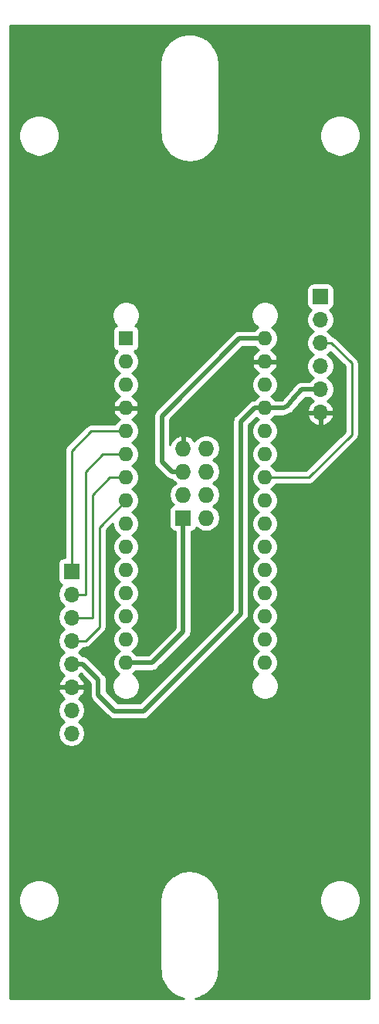
<source format=gtl>
G04 #@! TF.GenerationSoftware,KiCad,Pcbnew,(5.1.5)-3*
G04 #@! TF.CreationDate,2020-04-22T08:10:39-07:00*
G04 #@! TF.ProjectId,Plug_Pass_120V_arduino_shield,506c7567-5f50-4617-9373-5f313230565f,rev?*
G04 #@! TF.SameCoordinates,Original*
G04 #@! TF.FileFunction,Copper,L1,Top*
G04 #@! TF.FilePolarity,Positive*
%FSLAX46Y46*%
G04 Gerber Fmt 4.6, Leading zero omitted, Abs format (unit mm)*
G04 Created by KiCad (PCBNEW (5.1.5)-3) date 2020-04-22 08:10:39*
%MOMM*%
%LPD*%
G04 APERTURE LIST*
%ADD10O,1.600000X1.600000*%
%ADD11R,1.600000X1.600000*%
%ADD12O,1.700000X1.700000*%
%ADD13R,1.700000X1.700000*%
%ADD14R,1.727200X1.727200*%
%ADD15O,1.727200X1.727200*%
%ADD16C,0.254000*%
%ADD17C,0.508000*%
G04 APERTURE END LIST*
D10*
X112392460Y-112395000D03*
X97152460Y-112395000D03*
X112392460Y-76835000D03*
X97152460Y-109855000D03*
X112392460Y-79375000D03*
X97152460Y-107315000D03*
X112392460Y-81915000D03*
X97152460Y-104775000D03*
X112392460Y-84455000D03*
X97152460Y-102235000D03*
X112392460Y-86995000D03*
X97152460Y-99695000D03*
X112392460Y-89535000D03*
X97152460Y-97155000D03*
X112392460Y-92075000D03*
X97152460Y-94615000D03*
X112392460Y-94615000D03*
X97152460Y-92075000D03*
X112392460Y-97155000D03*
X97152460Y-89535000D03*
X112392460Y-99695000D03*
X97152460Y-86995000D03*
X112392460Y-102235000D03*
X97152460Y-84455000D03*
X112392460Y-104775000D03*
X97152460Y-81915000D03*
X112392460Y-107315000D03*
X97152460Y-79375000D03*
X112392460Y-109855000D03*
D11*
X97152460Y-76835000D03*
D12*
X118488460Y-84963000D03*
X118488460Y-82423000D03*
X118488460Y-79883000D03*
X118488460Y-77343000D03*
X118488460Y-74803000D03*
D13*
X118488460Y-72263000D03*
D12*
X91183460Y-120142000D03*
X91183460Y-117602000D03*
X91183460Y-115062000D03*
X91183460Y-112522000D03*
X91183460Y-109982000D03*
X91183460Y-107442000D03*
X91183460Y-104902000D03*
D13*
X91183460Y-102362000D03*
D14*
X103418640Y-96520000D03*
D15*
X105958640Y-96520000D03*
X103418640Y-93980000D03*
X105958640Y-93980000D03*
X103418640Y-91440000D03*
X105958640Y-91440000D03*
X103418640Y-88900000D03*
X105958640Y-88900000D03*
D16*
X91183460Y-102362000D02*
X91183460Y-89156540D01*
X93345000Y-86995000D02*
X97152460Y-86995000D01*
X91183460Y-89156540D02*
X93345000Y-86995000D01*
X91183460Y-104902000D02*
X92710000Y-104902000D01*
X92710000Y-104902000D02*
X92710000Y-91440000D01*
X94615000Y-89535000D02*
X97152460Y-89535000D01*
X92710000Y-91440000D02*
X94615000Y-89535000D01*
X91183460Y-107442000D02*
X93472000Y-107442000D01*
X93472000Y-107442000D02*
X93472000Y-93980000D01*
X95377000Y-92075000D02*
X97152460Y-92075000D01*
X93472000Y-93980000D02*
X95377000Y-92075000D01*
X94234000Y-108458000D02*
X94234000Y-97533460D01*
X91183460Y-109982000D02*
X92710000Y-109982000D01*
X94234000Y-97533460D02*
X97152460Y-94615000D01*
X92710000Y-109982000D02*
X94234000Y-108458000D01*
X119690541Y-77343000D02*
X121920000Y-79572459D01*
X118488460Y-77343000D02*
X119690541Y-77343000D01*
X121920000Y-79572459D02*
X121920000Y-87376000D01*
X117221000Y-92075000D02*
X112392460Y-92075000D01*
X121920000Y-87376000D02*
X117221000Y-92075000D01*
D17*
X112392460Y-84455000D02*
X114427000Y-84455000D01*
X116459000Y-82423000D02*
X118488460Y-82423000D01*
X115534440Y-83466940D02*
X116459000Y-82423000D01*
X114427000Y-84455000D02*
X114853720Y-84249260D01*
X114853720Y-84249260D02*
X115534440Y-83466940D01*
X92385541Y-112522000D02*
X94140020Y-114276479D01*
X91183460Y-112522000D02*
X92385541Y-112522000D01*
X94140020Y-114276479D02*
X94140020Y-115930680D01*
X94140020Y-115930680D02*
X95920560Y-117711220D01*
X95920560Y-117711220D02*
X99065080Y-117711220D01*
X99065080Y-117711220D02*
X109758480Y-107017820D01*
X109758480Y-85957610D02*
X109758480Y-107017820D01*
X111261090Y-84455000D02*
X109758480Y-85957610D01*
X112392460Y-84455000D02*
X111261090Y-84455000D01*
X103418640Y-96520000D02*
X103418640Y-108981240D01*
X100004880Y-112395000D02*
X97152460Y-112395000D01*
X103418640Y-108981240D02*
X100004880Y-112395000D01*
X101092000Y-85344000D02*
X109601000Y-76835000D01*
X102197326Y-91440000D02*
X101092000Y-90334674D01*
X109601000Y-76835000D02*
X112392460Y-76835000D01*
X101092000Y-90334674D02*
X101092000Y-85344000D01*
X103418640Y-91440000D02*
X102197326Y-91440000D01*
D16*
G36*
X123812301Y-149212300D02*
G01*
X104741605Y-149212300D01*
X104780100Y-149204398D01*
X104841091Y-149192763D01*
X104850247Y-149189999D01*
X105323325Y-149043557D01*
X105380571Y-149019493D01*
X105438122Y-148996241D01*
X105446567Y-148991751D01*
X105882192Y-148756210D01*
X105933666Y-148721490D01*
X105985614Y-148687496D01*
X105993026Y-148681451D01*
X106374603Y-148365782D01*
X106418369Y-148321709D01*
X106462707Y-148278290D01*
X106468804Y-148270921D01*
X106781801Y-147887149D01*
X106816172Y-147835416D01*
X106851233Y-147784211D01*
X106855783Y-147775798D01*
X107088278Y-147338540D01*
X107111949Y-147281110D01*
X107136395Y-147224073D01*
X107139222Y-147214941D01*
X107139224Y-147214935D01*
X107282358Y-146740848D01*
X107294419Y-146679938D01*
X107307325Y-146619219D01*
X107308325Y-146609707D01*
X107347627Y-146208879D01*
X107355088Y-146184283D01*
X107365000Y-146083647D01*
X107365000Y-138396353D01*
X107364765Y-138393964D01*
X107364735Y-138389716D01*
X107361482Y-138358769D01*
X107361482Y-138327656D01*
X107360483Y-138318144D01*
X107347826Y-138205296D01*
X118368539Y-138205296D01*
X118368539Y-138654704D01*
X118456214Y-139095478D01*
X118628196Y-139510677D01*
X118877874Y-139884347D01*
X119195653Y-140202126D01*
X119569323Y-140451804D01*
X119984522Y-140623786D01*
X120425296Y-140711461D01*
X120874704Y-140711461D01*
X121315478Y-140623786D01*
X121730677Y-140451804D01*
X122104347Y-140202126D01*
X122422126Y-139884347D01*
X122671804Y-139510677D01*
X122843786Y-139095478D01*
X122931461Y-138654704D01*
X122931461Y-138205296D01*
X122843786Y-137764522D01*
X122671804Y-137349323D01*
X122422126Y-136975653D01*
X122104347Y-136657874D01*
X121730677Y-136408196D01*
X121315478Y-136236214D01*
X120874704Y-136148539D01*
X120425296Y-136148539D01*
X119984522Y-136236214D01*
X119569323Y-136408196D01*
X119195653Y-136657874D01*
X118877874Y-136975653D01*
X118628196Y-137349323D01*
X118456214Y-137764522D01*
X118368539Y-138205296D01*
X107347826Y-138205296D01*
X107305170Y-137825020D01*
X107292265Y-137764308D01*
X107280203Y-137703390D01*
X107277375Y-137694253D01*
X107127334Y-137221264D01*
X107102860Y-137164163D01*
X107079217Y-137106800D01*
X107074668Y-137098386D01*
X107074668Y-137098385D01*
X107074665Y-137098381D01*
X106835614Y-136663548D01*
X106800532Y-136612312D01*
X106766181Y-136560609D01*
X106760085Y-136553240D01*
X106441122Y-136173115D01*
X106396765Y-136129677D01*
X106353018Y-136085624D01*
X106345606Y-136079579D01*
X105958885Y-135768647D01*
X105906944Y-135734658D01*
X105855464Y-135699934D01*
X105847019Y-135695444D01*
X105407270Y-135465548D01*
X105349672Y-135442277D01*
X105292472Y-135418233D01*
X105283316Y-135415468D01*
X104807288Y-135275365D01*
X104746285Y-135263728D01*
X104685485Y-135251248D01*
X104675967Y-135250314D01*
X104181793Y-135205341D01*
X104119710Y-135205775D01*
X104057626Y-135205341D01*
X104048107Y-135206275D01*
X103554609Y-135258144D01*
X103493815Y-135270623D01*
X103432808Y-135282261D01*
X103423652Y-135285025D01*
X102949626Y-135431760D01*
X102892372Y-135455828D01*
X102834828Y-135479077D01*
X102826383Y-135483567D01*
X102389887Y-135719580D01*
X102338409Y-135754302D01*
X102286467Y-135788292D01*
X102279055Y-135794337D01*
X101896713Y-136110637D01*
X101852965Y-136154692D01*
X101808607Y-136198130D01*
X101802511Y-136205499D01*
X101488887Y-136590040D01*
X101454541Y-136641735D01*
X101419454Y-136692979D01*
X101414905Y-136701393D01*
X101181946Y-137139525D01*
X101158277Y-137196949D01*
X101133830Y-137253989D01*
X101131001Y-137263125D01*
X100987578Y-137738163D01*
X100975514Y-137799093D01*
X100962611Y-137859796D01*
X100961611Y-137869307D01*
X100913189Y-138363156D01*
X100913190Y-138496845D01*
X100915000Y-138505987D01*
X100915001Y-146083647D01*
X100915235Y-146086021D01*
X100915264Y-146090204D01*
X100918517Y-146121155D01*
X100918517Y-146152273D01*
X100919516Y-146161785D01*
X100974719Y-146653925D01*
X100987623Y-146714630D01*
X100999686Y-146775555D01*
X101002514Y-146784691D01*
X101152255Y-147256735D01*
X101176707Y-147313785D01*
X101200372Y-147371201D01*
X101204921Y-147379614D01*
X101443498Y-147813583D01*
X101478589Y-147864831D01*
X101512931Y-147916520D01*
X101519027Y-147923890D01*
X101837351Y-148303255D01*
X101881709Y-148346693D01*
X101925457Y-148390748D01*
X101932869Y-148396793D01*
X102318816Y-148707102D01*
X102370760Y-148741093D01*
X102422238Y-148775815D01*
X102430682Y-148780306D01*
X102869554Y-149009742D01*
X102927112Y-149032997D01*
X102984350Y-149057057D01*
X102993506Y-149059822D01*
X103468583Y-149199645D01*
X103529586Y-149211282D01*
X103534545Y-149212300D01*
X84467700Y-149212300D01*
X84467700Y-138205296D01*
X85348539Y-138205296D01*
X85348539Y-138654704D01*
X85436214Y-139095478D01*
X85608196Y-139510677D01*
X85857874Y-139884347D01*
X86175653Y-140202126D01*
X86549323Y-140451804D01*
X86964522Y-140623786D01*
X87405296Y-140711461D01*
X87854704Y-140711461D01*
X88295478Y-140623786D01*
X88710677Y-140451804D01*
X89084347Y-140202126D01*
X89402126Y-139884347D01*
X89651804Y-139510677D01*
X89823786Y-139095478D01*
X89911461Y-138654704D01*
X89911461Y-138205296D01*
X89823786Y-137764522D01*
X89651804Y-137349323D01*
X89402126Y-136975653D01*
X89084347Y-136657874D01*
X88710677Y-136408196D01*
X88295478Y-136236214D01*
X87854704Y-136148539D01*
X87405296Y-136148539D01*
X86964522Y-136236214D01*
X86549323Y-136408196D01*
X86175653Y-136657874D01*
X85857874Y-136975653D01*
X85608196Y-137349323D01*
X85436214Y-137764522D01*
X85348539Y-138205296D01*
X84467700Y-138205296D01*
X84467700Y-117455740D01*
X89698460Y-117455740D01*
X89698460Y-117748260D01*
X89755528Y-118035158D01*
X89867470Y-118305411D01*
X90029985Y-118548632D01*
X90236828Y-118755475D01*
X90411220Y-118872000D01*
X90236828Y-118988525D01*
X90029985Y-119195368D01*
X89867470Y-119438589D01*
X89755528Y-119708842D01*
X89698460Y-119995740D01*
X89698460Y-120288260D01*
X89755528Y-120575158D01*
X89867470Y-120845411D01*
X90029985Y-121088632D01*
X90236828Y-121295475D01*
X90480049Y-121457990D01*
X90750302Y-121569932D01*
X91037200Y-121627000D01*
X91329720Y-121627000D01*
X91616618Y-121569932D01*
X91886871Y-121457990D01*
X92130092Y-121295475D01*
X92336935Y-121088632D01*
X92499450Y-120845411D01*
X92611392Y-120575158D01*
X92668460Y-120288260D01*
X92668460Y-119995740D01*
X92611392Y-119708842D01*
X92499450Y-119438589D01*
X92336935Y-119195368D01*
X92130092Y-118988525D01*
X91955700Y-118872000D01*
X92130092Y-118755475D01*
X92336935Y-118548632D01*
X92499450Y-118305411D01*
X92611392Y-118035158D01*
X92668460Y-117748260D01*
X92668460Y-117455740D01*
X92611392Y-117168842D01*
X92499450Y-116898589D01*
X92336935Y-116655368D01*
X92130092Y-116448525D01*
X91947926Y-116326805D01*
X92064815Y-116257178D01*
X92281048Y-116062269D01*
X92455101Y-115828920D01*
X92580285Y-115566099D01*
X92624936Y-115418890D01*
X92503615Y-115189000D01*
X91310460Y-115189000D01*
X91310460Y-115209000D01*
X91056460Y-115209000D01*
X91056460Y-115189000D01*
X89863305Y-115189000D01*
X89741984Y-115418890D01*
X89786635Y-115566099D01*
X89911819Y-115828920D01*
X90085872Y-116062269D01*
X90302105Y-116257178D01*
X90418994Y-116326805D01*
X90236828Y-116448525D01*
X90029985Y-116655368D01*
X89867470Y-116898589D01*
X89755528Y-117168842D01*
X89698460Y-117455740D01*
X84467700Y-117455740D01*
X84467700Y-101512000D01*
X89695388Y-101512000D01*
X89695388Y-103212000D01*
X89707648Y-103336482D01*
X89743958Y-103456180D01*
X89802923Y-103566494D01*
X89882275Y-103663185D01*
X89978966Y-103742537D01*
X90089280Y-103801502D01*
X90161840Y-103823513D01*
X90029985Y-103955368D01*
X89867470Y-104198589D01*
X89755528Y-104468842D01*
X89698460Y-104755740D01*
X89698460Y-105048260D01*
X89755528Y-105335158D01*
X89867470Y-105605411D01*
X90029985Y-105848632D01*
X90236828Y-106055475D01*
X90411220Y-106172000D01*
X90236828Y-106288525D01*
X90029985Y-106495368D01*
X89867470Y-106738589D01*
X89755528Y-107008842D01*
X89698460Y-107295740D01*
X89698460Y-107588260D01*
X89755528Y-107875158D01*
X89867470Y-108145411D01*
X90029985Y-108388632D01*
X90236828Y-108595475D01*
X90411220Y-108712000D01*
X90236828Y-108828525D01*
X90029985Y-109035368D01*
X89867470Y-109278589D01*
X89755528Y-109548842D01*
X89698460Y-109835740D01*
X89698460Y-110128260D01*
X89755528Y-110415158D01*
X89867470Y-110685411D01*
X90029985Y-110928632D01*
X90236828Y-111135475D01*
X90411220Y-111252000D01*
X90236828Y-111368525D01*
X90029985Y-111575368D01*
X89867470Y-111818589D01*
X89755528Y-112088842D01*
X89698460Y-112375740D01*
X89698460Y-112668260D01*
X89755528Y-112955158D01*
X89867470Y-113225411D01*
X90029985Y-113468632D01*
X90236828Y-113675475D01*
X90418994Y-113797195D01*
X90302105Y-113866822D01*
X90085872Y-114061731D01*
X89911819Y-114295080D01*
X89786635Y-114557901D01*
X89741984Y-114705110D01*
X89863305Y-114935000D01*
X91056460Y-114935000D01*
X91056460Y-114915000D01*
X91310460Y-114915000D01*
X91310460Y-114935000D01*
X92503615Y-114935000D01*
X92624936Y-114705110D01*
X92580285Y-114557901D01*
X92455101Y-114295080D01*
X92281048Y-114061731D01*
X92064815Y-113866822D01*
X91947926Y-113797195D01*
X92130092Y-113675475D01*
X92205936Y-113599631D01*
X93251020Y-114644715D01*
X93251021Y-115887010D01*
X93246720Y-115930680D01*
X93263884Y-116104954D01*
X93314718Y-116272532D01*
X93383597Y-116401395D01*
X93397268Y-116426971D01*
X93508362Y-116562339D01*
X93542279Y-116590174D01*
X95261066Y-118308962D01*
X95288901Y-118342879D01*
X95424269Y-118453973D01*
X95578709Y-118536523D01*
X95673318Y-118565222D01*
X95746285Y-118587356D01*
X95762885Y-118588991D01*
X95876893Y-118600220D01*
X95876900Y-118600220D01*
X95920560Y-118604520D01*
X95964220Y-118600220D01*
X99021420Y-118600220D01*
X99065080Y-118604520D01*
X99108740Y-118600220D01*
X99108747Y-118600220D01*
X99239354Y-118587356D01*
X99406931Y-118536523D01*
X99561371Y-118453973D01*
X99696739Y-118342879D01*
X99724579Y-118308956D01*
X110356216Y-107677319D01*
X110390139Y-107649479D01*
X110501233Y-107514111D01*
X110583783Y-107359671D01*
X110604122Y-107292622D01*
X110634616Y-107192096D01*
X110638862Y-107148985D01*
X110647480Y-107061487D01*
X110647480Y-107061481D01*
X110651780Y-107017821D01*
X110647480Y-106974161D01*
X110647480Y-86325845D01*
X111440695Y-85532631D01*
X111477701Y-85569637D01*
X111710219Y-85725000D01*
X111477701Y-85880363D01*
X111277823Y-86080241D01*
X111120780Y-86315273D01*
X111012607Y-86576426D01*
X110957460Y-86853665D01*
X110957460Y-87136335D01*
X111012607Y-87413574D01*
X111120780Y-87674727D01*
X111277823Y-87909759D01*
X111477701Y-88109637D01*
X111710219Y-88265000D01*
X111477701Y-88420363D01*
X111277823Y-88620241D01*
X111120780Y-88855273D01*
X111012607Y-89116426D01*
X110957460Y-89393665D01*
X110957460Y-89676335D01*
X111012607Y-89953574D01*
X111120780Y-90214727D01*
X111277823Y-90449759D01*
X111477701Y-90649637D01*
X111710219Y-90805000D01*
X111477701Y-90960363D01*
X111277823Y-91160241D01*
X111120780Y-91395273D01*
X111012607Y-91656426D01*
X110957460Y-91933665D01*
X110957460Y-92216335D01*
X111012607Y-92493574D01*
X111120780Y-92754727D01*
X111277823Y-92989759D01*
X111477701Y-93189637D01*
X111710219Y-93345000D01*
X111477701Y-93500363D01*
X111277823Y-93700241D01*
X111120780Y-93935273D01*
X111012607Y-94196426D01*
X110957460Y-94473665D01*
X110957460Y-94756335D01*
X111012607Y-95033574D01*
X111120780Y-95294727D01*
X111277823Y-95529759D01*
X111477701Y-95729637D01*
X111710219Y-95885000D01*
X111477701Y-96040363D01*
X111277823Y-96240241D01*
X111120780Y-96475273D01*
X111012607Y-96736426D01*
X110957460Y-97013665D01*
X110957460Y-97296335D01*
X111012607Y-97573574D01*
X111120780Y-97834727D01*
X111277823Y-98069759D01*
X111477701Y-98269637D01*
X111710219Y-98425000D01*
X111477701Y-98580363D01*
X111277823Y-98780241D01*
X111120780Y-99015273D01*
X111012607Y-99276426D01*
X110957460Y-99553665D01*
X110957460Y-99836335D01*
X111012607Y-100113574D01*
X111120780Y-100374727D01*
X111277823Y-100609759D01*
X111477701Y-100809637D01*
X111710219Y-100965000D01*
X111477701Y-101120363D01*
X111277823Y-101320241D01*
X111120780Y-101555273D01*
X111012607Y-101816426D01*
X110957460Y-102093665D01*
X110957460Y-102376335D01*
X111012607Y-102653574D01*
X111120780Y-102914727D01*
X111277823Y-103149759D01*
X111477701Y-103349637D01*
X111710219Y-103505000D01*
X111477701Y-103660363D01*
X111277823Y-103860241D01*
X111120780Y-104095273D01*
X111012607Y-104356426D01*
X110957460Y-104633665D01*
X110957460Y-104916335D01*
X111012607Y-105193574D01*
X111120780Y-105454727D01*
X111277823Y-105689759D01*
X111477701Y-105889637D01*
X111710219Y-106045000D01*
X111477701Y-106200363D01*
X111277823Y-106400241D01*
X111120780Y-106635273D01*
X111012607Y-106896426D01*
X110957460Y-107173665D01*
X110957460Y-107456335D01*
X111012607Y-107733574D01*
X111120780Y-107994727D01*
X111277823Y-108229759D01*
X111477701Y-108429637D01*
X111710219Y-108585000D01*
X111477701Y-108740363D01*
X111277823Y-108940241D01*
X111120780Y-109175273D01*
X111012607Y-109436426D01*
X110957460Y-109713665D01*
X110957460Y-109996335D01*
X111012607Y-110273574D01*
X111120780Y-110534727D01*
X111277823Y-110769759D01*
X111477701Y-110969637D01*
X111710219Y-111125000D01*
X111477701Y-111280363D01*
X111277823Y-111480241D01*
X111120780Y-111715273D01*
X111012607Y-111976426D01*
X110957460Y-112253665D01*
X110957460Y-112536335D01*
X111012607Y-112813574D01*
X111120780Y-113074727D01*
X111277823Y-113309759D01*
X111477701Y-113509637D01*
X111629220Y-113610879D01*
X111420329Y-113750455D01*
X111207915Y-113962869D01*
X111041022Y-114212642D01*
X110926065Y-114490174D01*
X110867460Y-114784801D01*
X110867460Y-115085199D01*
X110926065Y-115379826D01*
X111041022Y-115657358D01*
X111207915Y-115907131D01*
X111420329Y-116119545D01*
X111670102Y-116286438D01*
X111947634Y-116401395D01*
X112242261Y-116460000D01*
X112542659Y-116460000D01*
X112837286Y-116401395D01*
X113114818Y-116286438D01*
X113364591Y-116119545D01*
X113577005Y-115907131D01*
X113743898Y-115657358D01*
X113858855Y-115379826D01*
X113917460Y-115085199D01*
X113917460Y-114784801D01*
X113858855Y-114490174D01*
X113743898Y-114212642D01*
X113577005Y-113962869D01*
X113364591Y-113750455D01*
X113155700Y-113610879D01*
X113307219Y-113509637D01*
X113507097Y-113309759D01*
X113664140Y-113074727D01*
X113772313Y-112813574D01*
X113827460Y-112536335D01*
X113827460Y-112253665D01*
X113772313Y-111976426D01*
X113664140Y-111715273D01*
X113507097Y-111480241D01*
X113307219Y-111280363D01*
X113074701Y-111125000D01*
X113307219Y-110969637D01*
X113507097Y-110769759D01*
X113664140Y-110534727D01*
X113772313Y-110273574D01*
X113827460Y-109996335D01*
X113827460Y-109713665D01*
X113772313Y-109436426D01*
X113664140Y-109175273D01*
X113507097Y-108940241D01*
X113307219Y-108740363D01*
X113074701Y-108585000D01*
X113307219Y-108429637D01*
X113507097Y-108229759D01*
X113664140Y-107994727D01*
X113772313Y-107733574D01*
X113827460Y-107456335D01*
X113827460Y-107173665D01*
X113772313Y-106896426D01*
X113664140Y-106635273D01*
X113507097Y-106400241D01*
X113307219Y-106200363D01*
X113074701Y-106045000D01*
X113307219Y-105889637D01*
X113507097Y-105689759D01*
X113664140Y-105454727D01*
X113772313Y-105193574D01*
X113827460Y-104916335D01*
X113827460Y-104633665D01*
X113772313Y-104356426D01*
X113664140Y-104095273D01*
X113507097Y-103860241D01*
X113307219Y-103660363D01*
X113074701Y-103505000D01*
X113307219Y-103349637D01*
X113507097Y-103149759D01*
X113664140Y-102914727D01*
X113772313Y-102653574D01*
X113827460Y-102376335D01*
X113827460Y-102093665D01*
X113772313Y-101816426D01*
X113664140Y-101555273D01*
X113507097Y-101320241D01*
X113307219Y-101120363D01*
X113074701Y-100965000D01*
X113307219Y-100809637D01*
X113507097Y-100609759D01*
X113664140Y-100374727D01*
X113772313Y-100113574D01*
X113827460Y-99836335D01*
X113827460Y-99553665D01*
X113772313Y-99276426D01*
X113664140Y-99015273D01*
X113507097Y-98780241D01*
X113307219Y-98580363D01*
X113074701Y-98425000D01*
X113307219Y-98269637D01*
X113507097Y-98069759D01*
X113664140Y-97834727D01*
X113772313Y-97573574D01*
X113827460Y-97296335D01*
X113827460Y-97013665D01*
X113772313Y-96736426D01*
X113664140Y-96475273D01*
X113507097Y-96240241D01*
X113307219Y-96040363D01*
X113074701Y-95885000D01*
X113307219Y-95729637D01*
X113507097Y-95529759D01*
X113664140Y-95294727D01*
X113772313Y-95033574D01*
X113827460Y-94756335D01*
X113827460Y-94473665D01*
X113772313Y-94196426D01*
X113664140Y-93935273D01*
X113507097Y-93700241D01*
X113307219Y-93500363D01*
X113074701Y-93345000D01*
X113307219Y-93189637D01*
X113507097Y-92989759D01*
X113609167Y-92837000D01*
X117183577Y-92837000D01*
X117221000Y-92840686D01*
X117258423Y-92837000D01*
X117258426Y-92837000D01*
X117370378Y-92825974D01*
X117514015Y-92782402D01*
X117646392Y-92711645D01*
X117762422Y-92616422D01*
X117786284Y-92587346D01*
X122432346Y-87941284D01*
X122461422Y-87917422D01*
X122521857Y-87843781D01*
X122556645Y-87801393D01*
X122614484Y-87693183D01*
X122627402Y-87669015D01*
X122670974Y-87525378D01*
X122682000Y-87413426D01*
X122682000Y-87413423D01*
X122685686Y-87376000D01*
X122682000Y-87338577D01*
X122682000Y-79609881D01*
X122685686Y-79572458D01*
X122680158Y-79516335D01*
X122670974Y-79423081D01*
X122627402Y-79279444D01*
X122556645Y-79147067D01*
X122461422Y-79031037D01*
X122432353Y-79007181D01*
X120255825Y-76830654D01*
X120231963Y-76801578D01*
X120115933Y-76706355D01*
X119983556Y-76635598D01*
X119839919Y-76592026D01*
X119767932Y-76584936D01*
X119641935Y-76396368D01*
X119435092Y-76189525D01*
X119260700Y-76073000D01*
X119435092Y-75956475D01*
X119641935Y-75749632D01*
X119804450Y-75506411D01*
X119916392Y-75236158D01*
X119973460Y-74949260D01*
X119973460Y-74656740D01*
X119916392Y-74369842D01*
X119804450Y-74099589D01*
X119641935Y-73856368D01*
X119510080Y-73724513D01*
X119582640Y-73702502D01*
X119692954Y-73643537D01*
X119789645Y-73564185D01*
X119868997Y-73467494D01*
X119927962Y-73357180D01*
X119964272Y-73237482D01*
X119976532Y-73113000D01*
X119976532Y-71413000D01*
X119964272Y-71288518D01*
X119927962Y-71168820D01*
X119868997Y-71058506D01*
X119789645Y-70961815D01*
X119692954Y-70882463D01*
X119582640Y-70823498D01*
X119462942Y-70787188D01*
X119338460Y-70774928D01*
X117638460Y-70774928D01*
X117513978Y-70787188D01*
X117394280Y-70823498D01*
X117283966Y-70882463D01*
X117187275Y-70961815D01*
X117107923Y-71058506D01*
X117048958Y-71168820D01*
X117012648Y-71288518D01*
X117000388Y-71413000D01*
X117000388Y-73113000D01*
X117012648Y-73237482D01*
X117048958Y-73357180D01*
X117107923Y-73467494D01*
X117187275Y-73564185D01*
X117283966Y-73643537D01*
X117394280Y-73702502D01*
X117466840Y-73724513D01*
X117334985Y-73856368D01*
X117172470Y-74099589D01*
X117060528Y-74369842D01*
X117003460Y-74656740D01*
X117003460Y-74949260D01*
X117060528Y-75236158D01*
X117172470Y-75506411D01*
X117334985Y-75749632D01*
X117541828Y-75956475D01*
X117716220Y-76073000D01*
X117541828Y-76189525D01*
X117334985Y-76396368D01*
X117172470Y-76639589D01*
X117060528Y-76909842D01*
X117003460Y-77196740D01*
X117003460Y-77489260D01*
X117060528Y-77776158D01*
X117172470Y-78046411D01*
X117334985Y-78289632D01*
X117541828Y-78496475D01*
X117716220Y-78613000D01*
X117541828Y-78729525D01*
X117334985Y-78936368D01*
X117172470Y-79179589D01*
X117060528Y-79449842D01*
X117003460Y-79736740D01*
X117003460Y-80029260D01*
X117060528Y-80316158D01*
X117172470Y-80586411D01*
X117334985Y-80829632D01*
X117541828Y-81036475D01*
X117716220Y-81153000D01*
X117541828Y-81269525D01*
X117334985Y-81476368D01*
X117296477Y-81534000D01*
X116475688Y-81534000D01*
X116404924Y-81531338D01*
X116345062Y-81540921D01*
X116284726Y-81546864D01*
X116258783Y-81554734D01*
X116232008Y-81559020D01*
X116175162Y-81580099D01*
X116117149Y-81597697D01*
X116093237Y-81610478D01*
X116067815Y-81619905D01*
X116016179Y-81651667D01*
X115962709Y-81680247D01*
X115941747Y-81697450D01*
X115918657Y-81711653D01*
X115874208Y-81752878D01*
X115827341Y-81791341D01*
X115782416Y-81846082D01*
X114895288Y-82847758D01*
X114892447Y-82850440D01*
X114866311Y-82880476D01*
X114839971Y-82910218D01*
X114837685Y-82913376D01*
X114303020Y-83527842D01*
X114223877Y-83566000D01*
X113524309Y-83566000D01*
X113507097Y-83540241D01*
X113307219Y-83340363D01*
X113074701Y-83185000D01*
X113307219Y-83029637D01*
X113507097Y-82829759D01*
X113664140Y-82594727D01*
X113772313Y-82333574D01*
X113827460Y-82056335D01*
X113827460Y-81773665D01*
X113772313Y-81496426D01*
X113664140Y-81235273D01*
X113507097Y-81000241D01*
X113307219Y-80800363D01*
X113072187Y-80643320D01*
X113061595Y-80638933D01*
X113247591Y-80527385D01*
X113455979Y-80338414D01*
X113623497Y-80112420D01*
X113743706Y-79858087D01*
X113784364Y-79724039D01*
X113662375Y-79502000D01*
X112519460Y-79502000D01*
X112519460Y-79522000D01*
X112265460Y-79522000D01*
X112265460Y-79502000D01*
X111122545Y-79502000D01*
X111000556Y-79724039D01*
X111041214Y-79858087D01*
X111161423Y-80112420D01*
X111328941Y-80338414D01*
X111537329Y-80527385D01*
X111723325Y-80638933D01*
X111712733Y-80643320D01*
X111477701Y-80800363D01*
X111277823Y-81000241D01*
X111120780Y-81235273D01*
X111012607Y-81496426D01*
X110957460Y-81773665D01*
X110957460Y-82056335D01*
X111012607Y-82333574D01*
X111120780Y-82594727D01*
X111277823Y-82829759D01*
X111477701Y-83029637D01*
X111710219Y-83185000D01*
X111477701Y-83340363D01*
X111277823Y-83540241D01*
X111263337Y-83561921D01*
X111261089Y-83561700D01*
X111217429Y-83566000D01*
X111217423Y-83566000D01*
X111120014Y-83575594D01*
X111086814Y-83578864D01*
X110985148Y-83609704D01*
X110919239Y-83629697D01*
X110764799Y-83712247D01*
X110629431Y-83823341D01*
X110601596Y-83857259D01*
X109160744Y-85298111D01*
X109126821Y-85325951D01*
X109015727Y-85461320D01*
X108957830Y-85569637D01*
X108933178Y-85615758D01*
X108891829Y-85752070D01*
X108882344Y-85783337D01*
X108869480Y-85913944D01*
X108869480Y-85913950D01*
X108865180Y-85957610D01*
X108869480Y-86001270D01*
X108869481Y-106649584D01*
X98696845Y-116822220D01*
X96288796Y-116822220D01*
X95029020Y-115562445D01*
X95029020Y-114320139D01*
X95033320Y-114276479D01*
X95029020Y-114232819D01*
X95029020Y-114232812D01*
X95016156Y-114102205D01*
X94965323Y-113934628D01*
X94882773Y-113780188D01*
X94771679Y-113644820D01*
X94737763Y-113616986D01*
X93045040Y-111924264D01*
X93017200Y-111890341D01*
X92881832Y-111779247D01*
X92727392Y-111696697D01*
X92559815Y-111645864D01*
X92429208Y-111633000D01*
X92429201Y-111633000D01*
X92385541Y-111628700D01*
X92373371Y-111629899D01*
X92336935Y-111575368D01*
X92130092Y-111368525D01*
X91955700Y-111252000D01*
X92130092Y-111135475D01*
X92336935Y-110928632D01*
X92460302Y-110744000D01*
X92672577Y-110744000D01*
X92710000Y-110747686D01*
X92747423Y-110744000D01*
X92747426Y-110744000D01*
X92859378Y-110732974D01*
X93003015Y-110689402D01*
X93135392Y-110618645D01*
X93251422Y-110523422D01*
X93275284Y-110494346D01*
X94746353Y-109023278D01*
X94775422Y-108999422D01*
X94870645Y-108883392D01*
X94941402Y-108751015D01*
X94984974Y-108607378D01*
X94996000Y-108495426D01*
X94996000Y-108495424D01*
X94999686Y-108458001D01*
X94996000Y-108420578D01*
X94996000Y-97849090D01*
X95717460Y-97127630D01*
X95717460Y-97296335D01*
X95772607Y-97573574D01*
X95880780Y-97834727D01*
X96037823Y-98069759D01*
X96237701Y-98269637D01*
X96470219Y-98425000D01*
X96237701Y-98580363D01*
X96037823Y-98780241D01*
X95880780Y-99015273D01*
X95772607Y-99276426D01*
X95717460Y-99553665D01*
X95717460Y-99836335D01*
X95772607Y-100113574D01*
X95880780Y-100374727D01*
X96037823Y-100609759D01*
X96237701Y-100809637D01*
X96470219Y-100965000D01*
X96237701Y-101120363D01*
X96037823Y-101320241D01*
X95880780Y-101555273D01*
X95772607Y-101816426D01*
X95717460Y-102093665D01*
X95717460Y-102376335D01*
X95772607Y-102653574D01*
X95880780Y-102914727D01*
X96037823Y-103149759D01*
X96237701Y-103349637D01*
X96470219Y-103505000D01*
X96237701Y-103660363D01*
X96037823Y-103860241D01*
X95880780Y-104095273D01*
X95772607Y-104356426D01*
X95717460Y-104633665D01*
X95717460Y-104916335D01*
X95772607Y-105193574D01*
X95880780Y-105454727D01*
X96037823Y-105689759D01*
X96237701Y-105889637D01*
X96470219Y-106045000D01*
X96237701Y-106200363D01*
X96037823Y-106400241D01*
X95880780Y-106635273D01*
X95772607Y-106896426D01*
X95717460Y-107173665D01*
X95717460Y-107456335D01*
X95772607Y-107733574D01*
X95880780Y-107994727D01*
X96037823Y-108229759D01*
X96237701Y-108429637D01*
X96470219Y-108585000D01*
X96237701Y-108740363D01*
X96037823Y-108940241D01*
X95880780Y-109175273D01*
X95772607Y-109436426D01*
X95717460Y-109713665D01*
X95717460Y-109996335D01*
X95772607Y-110273574D01*
X95880780Y-110534727D01*
X96037823Y-110769759D01*
X96237701Y-110969637D01*
X96470219Y-111125000D01*
X96237701Y-111280363D01*
X96037823Y-111480241D01*
X95880780Y-111715273D01*
X95772607Y-111976426D01*
X95717460Y-112253665D01*
X95717460Y-112536335D01*
X95772607Y-112813574D01*
X95880780Y-113074727D01*
X96037823Y-113309759D01*
X96237701Y-113509637D01*
X96389220Y-113610879D01*
X96180329Y-113750455D01*
X95967915Y-113962869D01*
X95801022Y-114212642D01*
X95686065Y-114490174D01*
X95627460Y-114784801D01*
X95627460Y-115085199D01*
X95686065Y-115379826D01*
X95801022Y-115657358D01*
X95967915Y-115907131D01*
X96180329Y-116119545D01*
X96430102Y-116286438D01*
X96707634Y-116401395D01*
X97002261Y-116460000D01*
X97302659Y-116460000D01*
X97597286Y-116401395D01*
X97874818Y-116286438D01*
X98124591Y-116119545D01*
X98337005Y-115907131D01*
X98503898Y-115657358D01*
X98618855Y-115379826D01*
X98677460Y-115085199D01*
X98677460Y-114784801D01*
X98618855Y-114490174D01*
X98503898Y-114212642D01*
X98337005Y-113962869D01*
X98124591Y-113750455D01*
X97915700Y-113610879D01*
X98067219Y-113509637D01*
X98267097Y-113309759D01*
X98284309Y-113284000D01*
X99961220Y-113284000D01*
X100004880Y-113288300D01*
X100048540Y-113284000D01*
X100048547Y-113284000D01*
X100179154Y-113271136D01*
X100346731Y-113220303D01*
X100501171Y-113137753D01*
X100636539Y-113026659D01*
X100664379Y-112992736D01*
X104016382Y-109640734D01*
X104050299Y-109612899D01*
X104161393Y-109477531D01*
X104243943Y-109323091D01*
X104294776Y-109155514D01*
X104307640Y-109024907D01*
X104307640Y-109024900D01*
X104311940Y-108981240D01*
X104307640Y-108937580D01*
X104307640Y-98019170D01*
X104406722Y-98009412D01*
X104526420Y-97973102D01*
X104636734Y-97914137D01*
X104733425Y-97834785D01*
X104812777Y-97738094D01*
X104871742Y-97627780D01*
X104889276Y-97569977D01*
X105003338Y-97684039D01*
X105248787Y-97848042D01*
X105521515Y-97961010D01*
X105811041Y-98018600D01*
X106106239Y-98018600D01*
X106395765Y-97961010D01*
X106668493Y-97848042D01*
X106913942Y-97684039D01*
X107122679Y-97475302D01*
X107286682Y-97229853D01*
X107399650Y-96957125D01*
X107457240Y-96667599D01*
X107457240Y-96372401D01*
X107399650Y-96082875D01*
X107286682Y-95810147D01*
X107122679Y-95564698D01*
X106913942Y-95355961D01*
X106755359Y-95250000D01*
X106913942Y-95144039D01*
X107122679Y-94935302D01*
X107286682Y-94689853D01*
X107399650Y-94417125D01*
X107457240Y-94127599D01*
X107457240Y-93832401D01*
X107399650Y-93542875D01*
X107286682Y-93270147D01*
X107122679Y-93024698D01*
X106913942Y-92815961D01*
X106755359Y-92710000D01*
X106913942Y-92604039D01*
X107122679Y-92395302D01*
X107286682Y-92149853D01*
X107399650Y-91877125D01*
X107457240Y-91587599D01*
X107457240Y-91292401D01*
X107399650Y-91002875D01*
X107286682Y-90730147D01*
X107122679Y-90484698D01*
X106913942Y-90275961D01*
X106755359Y-90170000D01*
X106913942Y-90064039D01*
X107122679Y-89855302D01*
X107286682Y-89609853D01*
X107399650Y-89337125D01*
X107457240Y-89047599D01*
X107457240Y-88752401D01*
X107399650Y-88462875D01*
X107286682Y-88190147D01*
X107122679Y-87944698D01*
X106913942Y-87735961D01*
X106668493Y-87571958D01*
X106395765Y-87458990D01*
X106106239Y-87401400D01*
X105811041Y-87401400D01*
X105521515Y-87458990D01*
X105248787Y-87571958D01*
X105003338Y-87735961D01*
X104794601Y-87944698D01*
X104686948Y-88105813D01*
X104525494Y-87889707D01*
X104307128Y-87693183D01*
X104054618Y-87543036D01*
X103777667Y-87445037D01*
X103545640Y-87565536D01*
X103545640Y-88773000D01*
X103565640Y-88773000D01*
X103565640Y-89027000D01*
X103545640Y-89027000D01*
X103545640Y-89047000D01*
X103291640Y-89047000D01*
X103291640Y-89027000D01*
X103271640Y-89027000D01*
X103271640Y-88773000D01*
X103291640Y-88773000D01*
X103291640Y-87565536D01*
X103059613Y-87445037D01*
X102782662Y-87543036D01*
X102530152Y-87693183D01*
X102311786Y-87889707D01*
X102135956Y-88125056D01*
X102009418Y-88390186D01*
X101981000Y-88483878D01*
X101981000Y-85712235D01*
X109969236Y-77724000D01*
X111260611Y-77724000D01*
X111277823Y-77749759D01*
X111477701Y-77949637D01*
X111712733Y-78106680D01*
X111723325Y-78111067D01*
X111537329Y-78222615D01*
X111328941Y-78411586D01*
X111161423Y-78637580D01*
X111041214Y-78891913D01*
X111000556Y-79025961D01*
X111122545Y-79248000D01*
X112265460Y-79248000D01*
X112265460Y-79228000D01*
X112519460Y-79228000D01*
X112519460Y-79248000D01*
X113662375Y-79248000D01*
X113784364Y-79025961D01*
X113743706Y-78891913D01*
X113623497Y-78637580D01*
X113455979Y-78411586D01*
X113247591Y-78222615D01*
X113061595Y-78111067D01*
X113072187Y-78106680D01*
X113307219Y-77949637D01*
X113507097Y-77749759D01*
X113664140Y-77514727D01*
X113772313Y-77253574D01*
X113827460Y-76976335D01*
X113827460Y-76693665D01*
X113772313Y-76416426D01*
X113664140Y-76155273D01*
X113507097Y-75920241D01*
X113307219Y-75720363D01*
X113155700Y-75619121D01*
X113364591Y-75479545D01*
X113577005Y-75267131D01*
X113743898Y-75017358D01*
X113858855Y-74739826D01*
X113917460Y-74445199D01*
X113917460Y-74144801D01*
X113858855Y-73850174D01*
X113743898Y-73572642D01*
X113577005Y-73322869D01*
X113364591Y-73110455D01*
X113114818Y-72943562D01*
X112837286Y-72828605D01*
X112542659Y-72770000D01*
X112242261Y-72770000D01*
X111947634Y-72828605D01*
X111670102Y-72943562D01*
X111420329Y-73110455D01*
X111207915Y-73322869D01*
X111041022Y-73572642D01*
X110926065Y-73850174D01*
X110867460Y-74144801D01*
X110867460Y-74445199D01*
X110926065Y-74739826D01*
X111041022Y-75017358D01*
X111207915Y-75267131D01*
X111420329Y-75479545D01*
X111629220Y-75619121D01*
X111477701Y-75720363D01*
X111277823Y-75920241D01*
X111260611Y-75946000D01*
X109644659Y-75946000D01*
X109600999Y-75941700D01*
X109557339Y-75946000D01*
X109557333Y-75946000D01*
X109459924Y-75955594D01*
X109426724Y-75958864D01*
X109325058Y-75989704D01*
X109259149Y-76009697D01*
X109104709Y-76092247D01*
X108969341Y-76203341D01*
X108941506Y-76237258D01*
X100494259Y-84684506D01*
X100460342Y-84712341D01*
X100432507Y-84746258D01*
X100432505Y-84746260D01*
X100349248Y-84847709D01*
X100266698Y-85002148D01*
X100215864Y-85169726D01*
X100198700Y-85344000D01*
X100203001Y-85387670D01*
X100203000Y-90291014D01*
X100198700Y-90334674D01*
X100203000Y-90378334D01*
X100203000Y-90378340D01*
X100215864Y-90508947D01*
X100266697Y-90676524D01*
X100349247Y-90830964D01*
X100460341Y-90966333D01*
X100494264Y-90994173D01*
X101537831Y-92037741D01*
X101565667Y-92071659D01*
X101701035Y-92182753D01*
X101855475Y-92265303D01*
X101950084Y-92294002D01*
X102023051Y-92316136D01*
X102041399Y-92317943D01*
X102153659Y-92329000D01*
X102153665Y-92329000D01*
X102197325Y-92333300D01*
X102212194Y-92331836D01*
X102254601Y-92395302D01*
X102463338Y-92604039D01*
X102621921Y-92710000D01*
X102463338Y-92815961D01*
X102254601Y-93024698D01*
X102090598Y-93270147D01*
X101977630Y-93542875D01*
X101920040Y-93832401D01*
X101920040Y-94127599D01*
X101977630Y-94417125D01*
X102090598Y-94689853D01*
X102254601Y-94935302D01*
X102368663Y-95049364D01*
X102310860Y-95066898D01*
X102200546Y-95125863D01*
X102103855Y-95205215D01*
X102024503Y-95301906D01*
X101965538Y-95412220D01*
X101929228Y-95531918D01*
X101916968Y-95656400D01*
X101916968Y-97383600D01*
X101929228Y-97508082D01*
X101965538Y-97627780D01*
X102024503Y-97738094D01*
X102103855Y-97834785D01*
X102200546Y-97914137D01*
X102310860Y-97973102D01*
X102430558Y-98009412D01*
X102529640Y-98019170D01*
X102529641Y-108613003D01*
X99636645Y-111506000D01*
X98284309Y-111506000D01*
X98267097Y-111480241D01*
X98067219Y-111280363D01*
X97834701Y-111125000D01*
X98067219Y-110969637D01*
X98267097Y-110769759D01*
X98424140Y-110534727D01*
X98532313Y-110273574D01*
X98587460Y-109996335D01*
X98587460Y-109713665D01*
X98532313Y-109436426D01*
X98424140Y-109175273D01*
X98267097Y-108940241D01*
X98067219Y-108740363D01*
X97834701Y-108585000D01*
X98067219Y-108429637D01*
X98267097Y-108229759D01*
X98424140Y-107994727D01*
X98532313Y-107733574D01*
X98587460Y-107456335D01*
X98587460Y-107173665D01*
X98532313Y-106896426D01*
X98424140Y-106635273D01*
X98267097Y-106400241D01*
X98067219Y-106200363D01*
X97834701Y-106045000D01*
X98067219Y-105889637D01*
X98267097Y-105689759D01*
X98424140Y-105454727D01*
X98532313Y-105193574D01*
X98587460Y-104916335D01*
X98587460Y-104633665D01*
X98532313Y-104356426D01*
X98424140Y-104095273D01*
X98267097Y-103860241D01*
X98067219Y-103660363D01*
X97834701Y-103505000D01*
X98067219Y-103349637D01*
X98267097Y-103149759D01*
X98424140Y-102914727D01*
X98532313Y-102653574D01*
X98587460Y-102376335D01*
X98587460Y-102093665D01*
X98532313Y-101816426D01*
X98424140Y-101555273D01*
X98267097Y-101320241D01*
X98067219Y-101120363D01*
X97834701Y-100965000D01*
X98067219Y-100809637D01*
X98267097Y-100609759D01*
X98424140Y-100374727D01*
X98532313Y-100113574D01*
X98587460Y-99836335D01*
X98587460Y-99553665D01*
X98532313Y-99276426D01*
X98424140Y-99015273D01*
X98267097Y-98780241D01*
X98067219Y-98580363D01*
X97834701Y-98425000D01*
X98067219Y-98269637D01*
X98267097Y-98069759D01*
X98424140Y-97834727D01*
X98532313Y-97573574D01*
X98587460Y-97296335D01*
X98587460Y-97013665D01*
X98532313Y-96736426D01*
X98424140Y-96475273D01*
X98267097Y-96240241D01*
X98067219Y-96040363D01*
X97834701Y-95885000D01*
X98067219Y-95729637D01*
X98267097Y-95529759D01*
X98424140Y-95294727D01*
X98532313Y-95033574D01*
X98587460Y-94756335D01*
X98587460Y-94473665D01*
X98532313Y-94196426D01*
X98424140Y-93935273D01*
X98267097Y-93700241D01*
X98067219Y-93500363D01*
X97834701Y-93345000D01*
X98067219Y-93189637D01*
X98267097Y-92989759D01*
X98424140Y-92754727D01*
X98532313Y-92493574D01*
X98587460Y-92216335D01*
X98587460Y-91933665D01*
X98532313Y-91656426D01*
X98424140Y-91395273D01*
X98267097Y-91160241D01*
X98067219Y-90960363D01*
X97834701Y-90805000D01*
X98067219Y-90649637D01*
X98267097Y-90449759D01*
X98424140Y-90214727D01*
X98532313Y-89953574D01*
X98587460Y-89676335D01*
X98587460Y-89393665D01*
X98532313Y-89116426D01*
X98424140Y-88855273D01*
X98267097Y-88620241D01*
X98067219Y-88420363D01*
X97834701Y-88265000D01*
X98067219Y-88109637D01*
X98267097Y-87909759D01*
X98424140Y-87674727D01*
X98532313Y-87413574D01*
X98587460Y-87136335D01*
X98587460Y-86853665D01*
X98532313Y-86576426D01*
X98424140Y-86315273D01*
X98267097Y-86080241D01*
X98067219Y-85880363D01*
X97832187Y-85723320D01*
X97821595Y-85718933D01*
X98007591Y-85607385D01*
X98215979Y-85418414D01*
X98383497Y-85192420D01*
X98503706Y-84938087D01*
X98544364Y-84804039D01*
X98422375Y-84582000D01*
X97279460Y-84582000D01*
X97279460Y-84602000D01*
X97025460Y-84602000D01*
X97025460Y-84582000D01*
X95882545Y-84582000D01*
X95760556Y-84804039D01*
X95801214Y-84938087D01*
X95921423Y-85192420D01*
X96088941Y-85418414D01*
X96297329Y-85607385D01*
X96483325Y-85718933D01*
X96472733Y-85723320D01*
X96237701Y-85880363D01*
X96037823Y-86080241D01*
X95935753Y-86233000D01*
X93382422Y-86233000D01*
X93344999Y-86229314D01*
X93307576Y-86233000D01*
X93307574Y-86233000D01*
X93195622Y-86244026D01*
X93051985Y-86287598D01*
X92919608Y-86358355D01*
X92803578Y-86453578D01*
X92779721Y-86482648D01*
X90671109Y-88591261D01*
X90642039Y-88615118D01*
X90618182Y-88644188D01*
X90618181Y-88644189D01*
X90546815Y-88731148D01*
X90476059Y-88863525D01*
X90432487Y-89007162D01*
X90417774Y-89156540D01*
X90421461Y-89193973D01*
X90421460Y-100873928D01*
X90333460Y-100873928D01*
X90208978Y-100886188D01*
X90089280Y-100922498D01*
X89978966Y-100981463D01*
X89882275Y-101060815D01*
X89802923Y-101157506D01*
X89743958Y-101267820D01*
X89707648Y-101387518D01*
X89695388Y-101512000D01*
X84467700Y-101512000D01*
X84467700Y-74144801D01*
X95627460Y-74144801D01*
X95627460Y-74445199D01*
X95686065Y-74739826D01*
X95801022Y-75017358D01*
X95967915Y-75267131D01*
X96137437Y-75436653D01*
X96108280Y-75445498D01*
X95997966Y-75504463D01*
X95901275Y-75583815D01*
X95821923Y-75680506D01*
X95762958Y-75790820D01*
X95726648Y-75910518D01*
X95714388Y-76035000D01*
X95714388Y-77635000D01*
X95726648Y-77759482D01*
X95762958Y-77879180D01*
X95821923Y-77989494D01*
X95901275Y-78086185D01*
X95997966Y-78165537D01*
X96108280Y-78224502D01*
X96227978Y-78260812D01*
X96236421Y-78261643D01*
X96037823Y-78460241D01*
X95880780Y-78695273D01*
X95772607Y-78956426D01*
X95717460Y-79233665D01*
X95717460Y-79516335D01*
X95772607Y-79793574D01*
X95880780Y-80054727D01*
X96037823Y-80289759D01*
X96237701Y-80489637D01*
X96470219Y-80645000D01*
X96237701Y-80800363D01*
X96037823Y-81000241D01*
X95880780Y-81235273D01*
X95772607Y-81496426D01*
X95717460Y-81773665D01*
X95717460Y-82056335D01*
X95772607Y-82333574D01*
X95880780Y-82594727D01*
X96037823Y-82829759D01*
X96237701Y-83029637D01*
X96472733Y-83186680D01*
X96483325Y-83191067D01*
X96297329Y-83302615D01*
X96088941Y-83491586D01*
X95921423Y-83717580D01*
X95801214Y-83971913D01*
X95760556Y-84105961D01*
X95882545Y-84328000D01*
X97025460Y-84328000D01*
X97025460Y-84308000D01*
X97279460Y-84308000D01*
X97279460Y-84328000D01*
X98422375Y-84328000D01*
X98544364Y-84105961D01*
X98503706Y-83971913D01*
X98383497Y-83717580D01*
X98215979Y-83491586D01*
X98007591Y-83302615D01*
X97821595Y-83191067D01*
X97832187Y-83186680D01*
X98067219Y-83029637D01*
X98267097Y-82829759D01*
X98424140Y-82594727D01*
X98532313Y-82333574D01*
X98587460Y-82056335D01*
X98587460Y-81773665D01*
X98532313Y-81496426D01*
X98424140Y-81235273D01*
X98267097Y-81000241D01*
X98067219Y-80800363D01*
X97834701Y-80645000D01*
X98067219Y-80489637D01*
X98267097Y-80289759D01*
X98424140Y-80054727D01*
X98532313Y-79793574D01*
X98587460Y-79516335D01*
X98587460Y-79233665D01*
X98532313Y-78956426D01*
X98424140Y-78695273D01*
X98267097Y-78460241D01*
X98068499Y-78261643D01*
X98076942Y-78260812D01*
X98196640Y-78224502D01*
X98306954Y-78165537D01*
X98403645Y-78086185D01*
X98482997Y-77989494D01*
X98541962Y-77879180D01*
X98578272Y-77759482D01*
X98590532Y-77635000D01*
X98590532Y-76035000D01*
X98578272Y-75910518D01*
X98541962Y-75790820D01*
X98482997Y-75680506D01*
X98403645Y-75583815D01*
X98306954Y-75504463D01*
X98196640Y-75445498D01*
X98167483Y-75436653D01*
X98337005Y-75267131D01*
X98503898Y-75017358D01*
X98618855Y-74739826D01*
X98677460Y-74445199D01*
X98677460Y-74144801D01*
X98618855Y-73850174D01*
X98503898Y-73572642D01*
X98337005Y-73322869D01*
X98124591Y-73110455D01*
X97874818Y-72943562D01*
X97597286Y-72828605D01*
X97302659Y-72770000D01*
X97002261Y-72770000D01*
X96707634Y-72828605D01*
X96430102Y-72943562D01*
X96180329Y-73110455D01*
X95967915Y-73322869D01*
X95801022Y-73572642D01*
X95686065Y-73850174D01*
X95627460Y-74144801D01*
X84467700Y-74144801D01*
X84467700Y-54385296D01*
X85348539Y-54385296D01*
X85348539Y-54834704D01*
X85436214Y-55275478D01*
X85608196Y-55690677D01*
X85857874Y-56064347D01*
X86175653Y-56382126D01*
X86549323Y-56631804D01*
X86964522Y-56803786D01*
X87405296Y-56891461D01*
X87854704Y-56891461D01*
X88295478Y-56803786D01*
X88710677Y-56631804D01*
X89084347Y-56382126D01*
X89402126Y-56064347D01*
X89651804Y-55690677D01*
X89823786Y-55275478D01*
X89911461Y-54834704D01*
X89911461Y-54385296D01*
X89823786Y-53944522D01*
X89651804Y-53529323D01*
X89402126Y-53155653D01*
X89084347Y-52837874D01*
X88710677Y-52588196D01*
X88295478Y-52416214D01*
X87854704Y-52328539D01*
X87405296Y-52328539D01*
X86964522Y-52416214D01*
X86549323Y-52588196D01*
X86175653Y-52837874D01*
X85857874Y-53155653D01*
X85608196Y-53529323D01*
X85436214Y-53944522D01*
X85348539Y-54385296D01*
X84467700Y-54385296D01*
X84467700Y-46605654D01*
X100913191Y-46605654D01*
X100913191Y-46739343D01*
X100915000Y-46748479D01*
X100915001Y-54326147D01*
X100915235Y-54328521D01*
X100915264Y-54332702D01*
X100918516Y-54363646D01*
X100918516Y-54394770D01*
X100919516Y-54404282D01*
X100974718Y-54896421D01*
X100987622Y-54957129D01*
X100999686Y-55018054D01*
X101002514Y-55027190D01*
X101152256Y-55499234D01*
X101176714Y-55556299D01*
X101200372Y-55613697D01*
X101204920Y-55622110D01*
X101443496Y-56056080D01*
X101478579Y-56107318D01*
X101512930Y-56159020D01*
X101519021Y-56166382D01*
X101519026Y-56166389D01*
X101519032Y-56166394D01*
X101837352Y-56545755D01*
X101881710Y-56589193D01*
X101925457Y-56633247D01*
X101932869Y-56639292D01*
X102318816Y-56949601D01*
X102370742Y-56983580D01*
X102422237Y-57018314D01*
X102430682Y-57022804D01*
X102869552Y-57252240D01*
X102927129Y-57275503D01*
X102984350Y-57299556D01*
X102993506Y-57302321D01*
X103468583Y-57442144D01*
X103529604Y-57453784D01*
X103590385Y-57466261D01*
X103599903Y-57467195D01*
X104093091Y-57512079D01*
X104155175Y-57511645D01*
X104217258Y-57512079D01*
X104226777Y-57511146D01*
X104719289Y-57459381D01*
X104780114Y-57446895D01*
X104841090Y-57435263D01*
X104850246Y-57432499D01*
X105323325Y-57286057D01*
X105380566Y-57261995D01*
X105438124Y-57238740D01*
X105446569Y-57234250D01*
X105882193Y-56998709D01*
X105933656Y-56963997D01*
X105985613Y-56929997D01*
X105993025Y-56923952D01*
X106374603Y-56608284D01*
X106418333Y-56564247D01*
X106462708Y-56520792D01*
X106468805Y-56513422D01*
X106781803Y-56129649D01*
X106816164Y-56077931D01*
X106851236Y-56026710D01*
X106855785Y-56018297D01*
X107088279Y-55581039D01*
X107111942Y-55523629D01*
X107136395Y-55466574D01*
X107139224Y-55457438D01*
X107282360Y-54983349D01*
X107294417Y-54922456D01*
X107307327Y-54861719D01*
X107308327Y-54852207D01*
X107347630Y-54451370D01*
X107355088Y-54426783D01*
X107359174Y-54385296D01*
X118368539Y-54385296D01*
X118368539Y-54834704D01*
X118456214Y-55275478D01*
X118628196Y-55690677D01*
X118877874Y-56064347D01*
X119195653Y-56382126D01*
X119569323Y-56631804D01*
X119984522Y-56803786D01*
X120425296Y-56891461D01*
X120874704Y-56891461D01*
X121315478Y-56803786D01*
X121730677Y-56631804D01*
X122104347Y-56382126D01*
X122422126Y-56064347D01*
X122671804Y-55690677D01*
X122843786Y-55275478D01*
X122931461Y-54834704D01*
X122931461Y-54385296D01*
X122843786Y-53944522D01*
X122671804Y-53529323D01*
X122422126Y-53155653D01*
X122104347Y-52837874D01*
X121730677Y-52588196D01*
X121315478Y-52416214D01*
X120874704Y-52328539D01*
X120425296Y-52328539D01*
X119984522Y-52416214D01*
X119569323Y-52588196D01*
X119195653Y-52837874D01*
X118877874Y-53155653D01*
X118628196Y-53529323D01*
X118456214Y-53944522D01*
X118368539Y-54385296D01*
X107359174Y-54385296D01*
X107365000Y-54326147D01*
X107365000Y-46638853D01*
X107364765Y-46636464D01*
X107364735Y-46632216D01*
X107361483Y-46601277D01*
X107361483Y-46570157D01*
X107360483Y-46560646D01*
X107305171Y-46067521D01*
X107292263Y-46006791D01*
X107280204Y-45945890D01*
X107277376Y-45936753D01*
X107127335Y-45463764D01*
X107102861Y-45406663D01*
X107079218Y-45349300D01*
X107074669Y-45340886D01*
X107074669Y-45340885D01*
X107074666Y-45340881D01*
X106835615Y-44906048D01*
X106800533Y-44854812D01*
X106766182Y-44803109D01*
X106760086Y-44795740D01*
X106441123Y-44415615D01*
X106396746Y-44372158D01*
X106353018Y-44328124D01*
X106345607Y-44322079D01*
X105958887Y-44011148D01*
X105906977Y-43977179D01*
X105855466Y-43942435D01*
X105847022Y-43937945D01*
X105407273Y-43708049D01*
X105349689Y-43684784D01*
X105292473Y-43660732D01*
X105283321Y-43657969D01*
X105283315Y-43657967D01*
X104807289Y-43517866D01*
X104746282Y-43506228D01*
X104685488Y-43493749D01*
X104675970Y-43492815D01*
X104181796Y-43447841D01*
X104119712Y-43448275D01*
X104057628Y-43447841D01*
X104048109Y-43448775D01*
X103554612Y-43500644D01*
X103493818Y-43513123D01*
X103432811Y-43524761D01*
X103423655Y-43527525D01*
X102949629Y-43674260D01*
X102892375Y-43698328D01*
X102834831Y-43721577D01*
X102826386Y-43726066D01*
X102389890Y-43962078D01*
X102338418Y-43996797D01*
X102286469Y-44030791D01*
X102279057Y-44036836D01*
X101896715Y-44353136D01*
X101852967Y-44397191D01*
X101808609Y-44440629D01*
X101802512Y-44447999D01*
X101488889Y-44832540D01*
X101454507Y-44884289D01*
X101419458Y-44935477D01*
X101414908Y-44943890D01*
X101181948Y-45382023D01*
X101158269Y-45439473D01*
X101133832Y-45496488D01*
X101131003Y-45505624D01*
X100987580Y-45980662D01*
X100975517Y-46041584D01*
X100962613Y-46102294D01*
X100961613Y-46111806D01*
X100913191Y-46605654D01*
X84467700Y-46605654D01*
X84467700Y-42557700D01*
X123812300Y-42557700D01*
X123812301Y-149212300D01*
G37*
X123812301Y-149212300D02*
X104741605Y-149212300D01*
X104780100Y-149204398D01*
X104841091Y-149192763D01*
X104850247Y-149189999D01*
X105323325Y-149043557D01*
X105380571Y-149019493D01*
X105438122Y-148996241D01*
X105446567Y-148991751D01*
X105882192Y-148756210D01*
X105933666Y-148721490D01*
X105985614Y-148687496D01*
X105993026Y-148681451D01*
X106374603Y-148365782D01*
X106418369Y-148321709D01*
X106462707Y-148278290D01*
X106468804Y-148270921D01*
X106781801Y-147887149D01*
X106816172Y-147835416D01*
X106851233Y-147784211D01*
X106855783Y-147775798D01*
X107088278Y-147338540D01*
X107111949Y-147281110D01*
X107136395Y-147224073D01*
X107139222Y-147214941D01*
X107139224Y-147214935D01*
X107282358Y-146740848D01*
X107294419Y-146679938D01*
X107307325Y-146619219D01*
X107308325Y-146609707D01*
X107347627Y-146208879D01*
X107355088Y-146184283D01*
X107365000Y-146083647D01*
X107365000Y-138396353D01*
X107364765Y-138393964D01*
X107364735Y-138389716D01*
X107361482Y-138358769D01*
X107361482Y-138327656D01*
X107360483Y-138318144D01*
X107347826Y-138205296D01*
X118368539Y-138205296D01*
X118368539Y-138654704D01*
X118456214Y-139095478D01*
X118628196Y-139510677D01*
X118877874Y-139884347D01*
X119195653Y-140202126D01*
X119569323Y-140451804D01*
X119984522Y-140623786D01*
X120425296Y-140711461D01*
X120874704Y-140711461D01*
X121315478Y-140623786D01*
X121730677Y-140451804D01*
X122104347Y-140202126D01*
X122422126Y-139884347D01*
X122671804Y-139510677D01*
X122843786Y-139095478D01*
X122931461Y-138654704D01*
X122931461Y-138205296D01*
X122843786Y-137764522D01*
X122671804Y-137349323D01*
X122422126Y-136975653D01*
X122104347Y-136657874D01*
X121730677Y-136408196D01*
X121315478Y-136236214D01*
X120874704Y-136148539D01*
X120425296Y-136148539D01*
X119984522Y-136236214D01*
X119569323Y-136408196D01*
X119195653Y-136657874D01*
X118877874Y-136975653D01*
X118628196Y-137349323D01*
X118456214Y-137764522D01*
X118368539Y-138205296D01*
X107347826Y-138205296D01*
X107305170Y-137825020D01*
X107292265Y-137764308D01*
X107280203Y-137703390D01*
X107277375Y-137694253D01*
X107127334Y-137221264D01*
X107102860Y-137164163D01*
X107079217Y-137106800D01*
X107074668Y-137098386D01*
X107074668Y-137098385D01*
X107074665Y-137098381D01*
X106835614Y-136663548D01*
X106800532Y-136612312D01*
X106766181Y-136560609D01*
X106760085Y-136553240D01*
X106441122Y-136173115D01*
X106396765Y-136129677D01*
X106353018Y-136085624D01*
X106345606Y-136079579D01*
X105958885Y-135768647D01*
X105906944Y-135734658D01*
X105855464Y-135699934D01*
X105847019Y-135695444D01*
X105407270Y-135465548D01*
X105349672Y-135442277D01*
X105292472Y-135418233D01*
X105283316Y-135415468D01*
X104807288Y-135275365D01*
X104746285Y-135263728D01*
X104685485Y-135251248D01*
X104675967Y-135250314D01*
X104181793Y-135205341D01*
X104119710Y-135205775D01*
X104057626Y-135205341D01*
X104048107Y-135206275D01*
X103554609Y-135258144D01*
X103493815Y-135270623D01*
X103432808Y-135282261D01*
X103423652Y-135285025D01*
X102949626Y-135431760D01*
X102892372Y-135455828D01*
X102834828Y-135479077D01*
X102826383Y-135483567D01*
X102389887Y-135719580D01*
X102338409Y-135754302D01*
X102286467Y-135788292D01*
X102279055Y-135794337D01*
X101896713Y-136110637D01*
X101852965Y-136154692D01*
X101808607Y-136198130D01*
X101802511Y-136205499D01*
X101488887Y-136590040D01*
X101454541Y-136641735D01*
X101419454Y-136692979D01*
X101414905Y-136701393D01*
X101181946Y-137139525D01*
X101158277Y-137196949D01*
X101133830Y-137253989D01*
X101131001Y-137263125D01*
X100987578Y-137738163D01*
X100975514Y-137799093D01*
X100962611Y-137859796D01*
X100961611Y-137869307D01*
X100913189Y-138363156D01*
X100913190Y-138496845D01*
X100915000Y-138505987D01*
X100915001Y-146083647D01*
X100915235Y-146086021D01*
X100915264Y-146090204D01*
X100918517Y-146121155D01*
X100918517Y-146152273D01*
X100919516Y-146161785D01*
X100974719Y-146653925D01*
X100987623Y-146714630D01*
X100999686Y-146775555D01*
X101002514Y-146784691D01*
X101152255Y-147256735D01*
X101176707Y-147313785D01*
X101200372Y-147371201D01*
X101204921Y-147379614D01*
X101443498Y-147813583D01*
X101478589Y-147864831D01*
X101512931Y-147916520D01*
X101519027Y-147923890D01*
X101837351Y-148303255D01*
X101881709Y-148346693D01*
X101925457Y-148390748D01*
X101932869Y-148396793D01*
X102318816Y-148707102D01*
X102370760Y-148741093D01*
X102422238Y-148775815D01*
X102430682Y-148780306D01*
X102869554Y-149009742D01*
X102927112Y-149032997D01*
X102984350Y-149057057D01*
X102993506Y-149059822D01*
X103468583Y-149199645D01*
X103529586Y-149211282D01*
X103534545Y-149212300D01*
X84467700Y-149212300D01*
X84467700Y-138205296D01*
X85348539Y-138205296D01*
X85348539Y-138654704D01*
X85436214Y-139095478D01*
X85608196Y-139510677D01*
X85857874Y-139884347D01*
X86175653Y-140202126D01*
X86549323Y-140451804D01*
X86964522Y-140623786D01*
X87405296Y-140711461D01*
X87854704Y-140711461D01*
X88295478Y-140623786D01*
X88710677Y-140451804D01*
X89084347Y-140202126D01*
X89402126Y-139884347D01*
X89651804Y-139510677D01*
X89823786Y-139095478D01*
X89911461Y-138654704D01*
X89911461Y-138205296D01*
X89823786Y-137764522D01*
X89651804Y-137349323D01*
X89402126Y-136975653D01*
X89084347Y-136657874D01*
X88710677Y-136408196D01*
X88295478Y-136236214D01*
X87854704Y-136148539D01*
X87405296Y-136148539D01*
X86964522Y-136236214D01*
X86549323Y-136408196D01*
X86175653Y-136657874D01*
X85857874Y-136975653D01*
X85608196Y-137349323D01*
X85436214Y-137764522D01*
X85348539Y-138205296D01*
X84467700Y-138205296D01*
X84467700Y-117455740D01*
X89698460Y-117455740D01*
X89698460Y-117748260D01*
X89755528Y-118035158D01*
X89867470Y-118305411D01*
X90029985Y-118548632D01*
X90236828Y-118755475D01*
X90411220Y-118872000D01*
X90236828Y-118988525D01*
X90029985Y-119195368D01*
X89867470Y-119438589D01*
X89755528Y-119708842D01*
X89698460Y-119995740D01*
X89698460Y-120288260D01*
X89755528Y-120575158D01*
X89867470Y-120845411D01*
X90029985Y-121088632D01*
X90236828Y-121295475D01*
X90480049Y-121457990D01*
X90750302Y-121569932D01*
X91037200Y-121627000D01*
X91329720Y-121627000D01*
X91616618Y-121569932D01*
X91886871Y-121457990D01*
X92130092Y-121295475D01*
X92336935Y-121088632D01*
X92499450Y-120845411D01*
X92611392Y-120575158D01*
X92668460Y-120288260D01*
X92668460Y-119995740D01*
X92611392Y-119708842D01*
X92499450Y-119438589D01*
X92336935Y-119195368D01*
X92130092Y-118988525D01*
X91955700Y-118872000D01*
X92130092Y-118755475D01*
X92336935Y-118548632D01*
X92499450Y-118305411D01*
X92611392Y-118035158D01*
X92668460Y-117748260D01*
X92668460Y-117455740D01*
X92611392Y-117168842D01*
X92499450Y-116898589D01*
X92336935Y-116655368D01*
X92130092Y-116448525D01*
X91947926Y-116326805D01*
X92064815Y-116257178D01*
X92281048Y-116062269D01*
X92455101Y-115828920D01*
X92580285Y-115566099D01*
X92624936Y-115418890D01*
X92503615Y-115189000D01*
X91310460Y-115189000D01*
X91310460Y-115209000D01*
X91056460Y-115209000D01*
X91056460Y-115189000D01*
X89863305Y-115189000D01*
X89741984Y-115418890D01*
X89786635Y-115566099D01*
X89911819Y-115828920D01*
X90085872Y-116062269D01*
X90302105Y-116257178D01*
X90418994Y-116326805D01*
X90236828Y-116448525D01*
X90029985Y-116655368D01*
X89867470Y-116898589D01*
X89755528Y-117168842D01*
X89698460Y-117455740D01*
X84467700Y-117455740D01*
X84467700Y-101512000D01*
X89695388Y-101512000D01*
X89695388Y-103212000D01*
X89707648Y-103336482D01*
X89743958Y-103456180D01*
X89802923Y-103566494D01*
X89882275Y-103663185D01*
X89978966Y-103742537D01*
X90089280Y-103801502D01*
X90161840Y-103823513D01*
X90029985Y-103955368D01*
X89867470Y-104198589D01*
X89755528Y-104468842D01*
X89698460Y-104755740D01*
X89698460Y-105048260D01*
X89755528Y-105335158D01*
X89867470Y-105605411D01*
X90029985Y-105848632D01*
X90236828Y-106055475D01*
X90411220Y-106172000D01*
X90236828Y-106288525D01*
X90029985Y-106495368D01*
X89867470Y-106738589D01*
X89755528Y-107008842D01*
X89698460Y-107295740D01*
X89698460Y-107588260D01*
X89755528Y-107875158D01*
X89867470Y-108145411D01*
X90029985Y-108388632D01*
X90236828Y-108595475D01*
X90411220Y-108712000D01*
X90236828Y-108828525D01*
X90029985Y-109035368D01*
X89867470Y-109278589D01*
X89755528Y-109548842D01*
X89698460Y-109835740D01*
X89698460Y-110128260D01*
X89755528Y-110415158D01*
X89867470Y-110685411D01*
X90029985Y-110928632D01*
X90236828Y-111135475D01*
X90411220Y-111252000D01*
X90236828Y-111368525D01*
X90029985Y-111575368D01*
X89867470Y-111818589D01*
X89755528Y-112088842D01*
X89698460Y-112375740D01*
X89698460Y-112668260D01*
X89755528Y-112955158D01*
X89867470Y-113225411D01*
X90029985Y-113468632D01*
X90236828Y-113675475D01*
X90418994Y-113797195D01*
X90302105Y-113866822D01*
X90085872Y-114061731D01*
X89911819Y-114295080D01*
X89786635Y-114557901D01*
X89741984Y-114705110D01*
X89863305Y-114935000D01*
X91056460Y-114935000D01*
X91056460Y-114915000D01*
X91310460Y-114915000D01*
X91310460Y-114935000D01*
X92503615Y-114935000D01*
X92624936Y-114705110D01*
X92580285Y-114557901D01*
X92455101Y-114295080D01*
X92281048Y-114061731D01*
X92064815Y-113866822D01*
X91947926Y-113797195D01*
X92130092Y-113675475D01*
X92205936Y-113599631D01*
X93251020Y-114644715D01*
X93251021Y-115887010D01*
X93246720Y-115930680D01*
X93263884Y-116104954D01*
X93314718Y-116272532D01*
X93383597Y-116401395D01*
X93397268Y-116426971D01*
X93508362Y-116562339D01*
X93542279Y-116590174D01*
X95261066Y-118308962D01*
X95288901Y-118342879D01*
X95424269Y-118453973D01*
X95578709Y-118536523D01*
X95673318Y-118565222D01*
X95746285Y-118587356D01*
X95762885Y-118588991D01*
X95876893Y-118600220D01*
X95876900Y-118600220D01*
X95920560Y-118604520D01*
X95964220Y-118600220D01*
X99021420Y-118600220D01*
X99065080Y-118604520D01*
X99108740Y-118600220D01*
X99108747Y-118600220D01*
X99239354Y-118587356D01*
X99406931Y-118536523D01*
X99561371Y-118453973D01*
X99696739Y-118342879D01*
X99724579Y-118308956D01*
X110356216Y-107677319D01*
X110390139Y-107649479D01*
X110501233Y-107514111D01*
X110583783Y-107359671D01*
X110604122Y-107292622D01*
X110634616Y-107192096D01*
X110638862Y-107148985D01*
X110647480Y-107061487D01*
X110647480Y-107061481D01*
X110651780Y-107017821D01*
X110647480Y-106974161D01*
X110647480Y-86325845D01*
X111440695Y-85532631D01*
X111477701Y-85569637D01*
X111710219Y-85725000D01*
X111477701Y-85880363D01*
X111277823Y-86080241D01*
X111120780Y-86315273D01*
X111012607Y-86576426D01*
X110957460Y-86853665D01*
X110957460Y-87136335D01*
X111012607Y-87413574D01*
X111120780Y-87674727D01*
X111277823Y-87909759D01*
X111477701Y-88109637D01*
X111710219Y-88265000D01*
X111477701Y-88420363D01*
X111277823Y-88620241D01*
X111120780Y-88855273D01*
X111012607Y-89116426D01*
X110957460Y-89393665D01*
X110957460Y-89676335D01*
X111012607Y-89953574D01*
X111120780Y-90214727D01*
X111277823Y-90449759D01*
X111477701Y-90649637D01*
X111710219Y-90805000D01*
X111477701Y-90960363D01*
X111277823Y-91160241D01*
X111120780Y-91395273D01*
X111012607Y-91656426D01*
X110957460Y-91933665D01*
X110957460Y-92216335D01*
X111012607Y-92493574D01*
X111120780Y-92754727D01*
X111277823Y-92989759D01*
X111477701Y-93189637D01*
X111710219Y-93345000D01*
X111477701Y-93500363D01*
X111277823Y-93700241D01*
X111120780Y-93935273D01*
X111012607Y-94196426D01*
X110957460Y-94473665D01*
X110957460Y-94756335D01*
X111012607Y-95033574D01*
X111120780Y-95294727D01*
X111277823Y-95529759D01*
X111477701Y-95729637D01*
X111710219Y-95885000D01*
X111477701Y-96040363D01*
X111277823Y-96240241D01*
X111120780Y-96475273D01*
X111012607Y-96736426D01*
X110957460Y-97013665D01*
X110957460Y-97296335D01*
X111012607Y-97573574D01*
X111120780Y-97834727D01*
X111277823Y-98069759D01*
X111477701Y-98269637D01*
X111710219Y-98425000D01*
X111477701Y-98580363D01*
X111277823Y-98780241D01*
X111120780Y-99015273D01*
X111012607Y-99276426D01*
X110957460Y-99553665D01*
X110957460Y-99836335D01*
X111012607Y-100113574D01*
X111120780Y-100374727D01*
X111277823Y-100609759D01*
X111477701Y-100809637D01*
X111710219Y-100965000D01*
X111477701Y-101120363D01*
X111277823Y-101320241D01*
X111120780Y-101555273D01*
X111012607Y-101816426D01*
X110957460Y-102093665D01*
X110957460Y-102376335D01*
X111012607Y-102653574D01*
X111120780Y-102914727D01*
X111277823Y-103149759D01*
X111477701Y-103349637D01*
X111710219Y-103505000D01*
X111477701Y-103660363D01*
X111277823Y-103860241D01*
X111120780Y-104095273D01*
X111012607Y-104356426D01*
X110957460Y-104633665D01*
X110957460Y-104916335D01*
X111012607Y-105193574D01*
X111120780Y-105454727D01*
X111277823Y-105689759D01*
X111477701Y-105889637D01*
X111710219Y-106045000D01*
X111477701Y-106200363D01*
X111277823Y-106400241D01*
X111120780Y-106635273D01*
X111012607Y-106896426D01*
X110957460Y-107173665D01*
X110957460Y-107456335D01*
X111012607Y-107733574D01*
X111120780Y-107994727D01*
X111277823Y-108229759D01*
X111477701Y-108429637D01*
X111710219Y-108585000D01*
X111477701Y-108740363D01*
X111277823Y-108940241D01*
X111120780Y-109175273D01*
X111012607Y-109436426D01*
X110957460Y-109713665D01*
X110957460Y-109996335D01*
X111012607Y-110273574D01*
X111120780Y-110534727D01*
X111277823Y-110769759D01*
X111477701Y-110969637D01*
X111710219Y-111125000D01*
X111477701Y-111280363D01*
X111277823Y-111480241D01*
X111120780Y-111715273D01*
X111012607Y-111976426D01*
X110957460Y-112253665D01*
X110957460Y-112536335D01*
X111012607Y-112813574D01*
X111120780Y-113074727D01*
X111277823Y-113309759D01*
X111477701Y-113509637D01*
X111629220Y-113610879D01*
X111420329Y-113750455D01*
X111207915Y-113962869D01*
X111041022Y-114212642D01*
X110926065Y-114490174D01*
X110867460Y-114784801D01*
X110867460Y-115085199D01*
X110926065Y-115379826D01*
X111041022Y-115657358D01*
X111207915Y-115907131D01*
X111420329Y-116119545D01*
X111670102Y-116286438D01*
X111947634Y-116401395D01*
X112242261Y-116460000D01*
X112542659Y-116460000D01*
X112837286Y-116401395D01*
X113114818Y-116286438D01*
X113364591Y-116119545D01*
X113577005Y-115907131D01*
X113743898Y-115657358D01*
X113858855Y-115379826D01*
X113917460Y-115085199D01*
X113917460Y-114784801D01*
X113858855Y-114490174D01*
X113743898Y-114212642D01*
X113577005Y-113962869D01*
X113364591Y-113750455D01*
X113155700Y-113610879D01*
X113307219Y-113509637D01*
X113507097Y-113309759D01*
X113664140Y-113074727D01*
X113772313Y-112813574D01*
X113827460Y-112536335D01*
X113827460Y-112253665D01*
X113772313Y-111976426D01*
X113664140Y-111715273D01*
X113507097Y-111480241D01*
X113307219Y-111280363D01*
X113074701Y-111125000D01*
X113307219Y-110969637D01*
X113507097Y-110769759D01*
X113664140Y-110534727D01*
X113772313Y-110273574D01*
X113827460Y-109996335D01*
X113827460Y-109713665D01*
X113772313Y-109436426D01*
X113664140Y-109175273D01*
X113507097Y-108940241D01*
X113307219Y-108740363D01*
X113074701Y-108585000D01*
X113307219Y-108429637D01*
X113507097Y-108229759D01*
X113664140Y-107994727D01*
X113772313Y-107733574D01*
X113827460Y-107456335D01*
X113827460Y-107173665D01*
X113772313Y-106896426D01*
X113664140Y-106635273D01*
X113507097Y-106400241D01*
X113307219Y-106200363D01*
X113074701Y-106045000D01*
X113307219Y-105889637D01*
X113507097Y-105689759D01*
X113664140Y-105454727D01*
X113772313Y-105193574D01*
X113827460Y-104916335D01*
X113827460Y-104633665D01*
X113772313Y-104356426D01*
X113664140Y-104095273D01*
X113507097Y-103860241D01*
X113307219Y-103660363D01*
X113074701Y-103505000D01*
X113307219Y-103349637D01*
X113507097Y-103149759D01*
X113664140Y-102914727D01*
X113772313Y-102653574D01*
X113827460Y-102376335D01*
X113827460Y-102093665D01*
X113772313Y-101816426D01*
X113664140Y-101555273D01*
X113507097Y-101320241D01*
X113307219Y-101120363D01*
X113074701Y-100965000D01*
X113307219Y-100809637D01*
X113507097Y-100609759D01*
X113664140Y-100374727D01*
X113772313Y-100113574D01*
X113827460Y-99836335D01*
X113827460Y-99553665D01*
X113772313Y-99276426D01*
X113664140Y-99015273D01*
X113507097Y-98780241D01*
X113307219Y-98580363D01*
X113074701Y-98425000D01*
X113307219Y-98269637D01*
X113507097Y-98069759D01*
X113664140Y-97834727D01*
X113772313Y-97573574D01*
X113827460Y-97296335D01*
X113827460Y-97013665D01*
X113772313Y-96736426D01*
X113664140Y-96475273D01*
X113507097Y-96240241D01*
X113307219Y-96040363D01*
X113074701Y-95885000D01*
X113307219Y-95729637D01*
X113507097Y-95529759D01*
X113664140Y-95294727D01*
X113772313Y-95033574D01*
X113827460Y-94756335D01*
X113827460Y-94473665D01*
X113772313Y-94196426D01*
X113664140Y-93935273D01*
X113507097Y-93700241D01*
X113307219Y-93500363D01*
X113074701Y-93345000D01*
X113307219Y-93189637D01*
X113507097Y-92989759D01*
X113609167Y-92837000D01*
X117183577Y-92837000D01*
X117221000Y-92840686D01*
X117258423Y-92837000D01*
X117258426Y-92837000D01*
X117370378Y-92825974D01*
X117514015Y-92782402D01*
X117646392Y-92711645D01*
X117762422Y-92616422D01*
X117786284Y-92587346D01*
X122432346Y-87941284D01*
X122461422Y-87917422D01*
X122521857Y-87843781D01*
X122556645Y-87801393D01*
X122614484Y-87693183D01*
X122627402Y-87669015D01*
X122670974Y-87525378D01*
X122682000Y-87413426D01*
X122682000Y-87413423D01*
X122685686Y-87376000D01*
X122682000Y-87338577D01*
X122682000Y-79609881D01*
X122685686Y-79572458D01*
X122680158Y-79516335D01*
X122670974Y-79423081D01*
X122627402Y-79279444D01*
X122556645Y-79147067D01*
X122461422Y-79031037D01*
X122432353Y-79007181D01*
X120255825Y-76830654D01*
X120231963Y-76801578D01*
X120115933Y-76706355D01*
X119983556Y-76635598D01*
X119839919Y-76592026D01*
X119767932Y-76584936D01*
X119641935Y-76396368D01*
X119435092Y-76189525D01*
X119260700Y-76073000D01*
X119435092Y-75956475D01*
X119641935Y-75749632D01*
X119804450Y-75506411D01*
X119916392Y-75236158D01*
X119973460Y-74949260D01*
X119973460Y-74656740D01*
X119916392Y-74369842D01*
X119804450Y-74099589D01*
X119641935Y-73856368D01*
X119510080Y-73724513D01*
X119582640Y-73702502D01*
X119692954Y-73643537D01*
X119789645Y-73564185D01*
X119868997Y-73467494D01*
X119927962Y-73357180D01*
X119964272Y-73237482D01*
X119976532Y-73113000D01*
X119976532Y-71413000D01*
X119964272Y-71288518D01*
X119927962Y-71168820D01*
X119868997Y-71058506D01*
X119789645Y-70961815D01*
X119692954Y-70882463D01*
X119582640Y-70823498D01*
X119462942Y-70787188D01*
X119338460Y-70774928D01*
X117638460Y-70774928D01*
X117513978Y-70787188D01*
X117394280Y-70823498D01*
X117283966Y-70882463D01*
X117187275Y-70961815D01*
X117107923Y-71058506D01*
X117048958Y-71168820D01*
X117012648Y-71288518D01*
X117000388Y-71413000D01*
X117000388Y-73113000D01*
X117012648Y-73237482D01*
X117048958Y-73357180D01*
X117107923Y-73467494D01*
X117187275Y-73564185D01*
X117283966Y-73643537D01*
X117394280Y-73702502D01*
X117466840Y-73724513D01*
X117334985Y-73856368D01*
X117172470Y-74099589D01*
X117060528Y-74369842D01*
X117003460Y-74656740D01*
X117003460Y-74949260D01*
X117060528Y-75236158D01*
X117172470Y-75506411D01*
X117334985Y-75749632D01*
X117541828Y-75956475D01*
X117716220Y-76073000D01*
X117541828Y-76189525D01*
X117334985Y-76396368D01*
X117172470Y-76639589D01*
X117060528Y-76909842D01*
X117003460Y-77196740D01*
X117003460Y-77489260D01*
X117060528Y-77776158D01*
X117172470Y-78046411D01*
X117334985Y-78289632D01*
X117541828Y-78496475D01*
X117716220Y-78613000D01*
X117541828Y-78729525D01*
X117334985Y-78936368D01*
X117172470Y-79179589D01*
X117060528Y-79449842D01*
X117003460Y-79736740D01*
X117003460Y-80029260D01*
X117060528Y-80316158D01*
X117172470Y-80586411D01*
X117334985Y-80829632D01*
X117541828Y-81036475D01*
X117716220Y-81153000D01*
X117541828Y-81269525D01*
X117334985Y-81476368D01*
X117296477Y-81534000D01*
X116475688Y-81534000D01*
X116404924Y-81531338D01*
X116345062Y-81540921D01*
X116284726Y-81546864D01*
X116258783Y-81554734D01*
X116232008Y-81559020D01*
X116175162Y-81580099D01*
X116117149Y-81597697D01*
X116093237Y-81610478D01*
X116067815Y-81619905D01*
X116016179Y-81651667D01*
X115962709Y-81680247D01*
X115941747Y-81697450D01*
X115918657Y-81711653D01*
X115874208Y-81752878D01*
X115827341Y-81791341D01*
X115782416Y-81846082D01*
X114895288Y-82847758D01*
X114892447Y-82850440D01*
X114866311Y-82880476D01*
X114839971Y-82910218D01*
X114837685Y-82913376D01*
X114303020Y-83527842D01*
X114223877Y-83566000D01*
X113524309Y-83566000D01*
X113507097Y-83540241D01*
X113307219Y-83340363D01*
X113074701Y-83185000D01*
X113307219Y-83029637D01*
X113507097Y-82829759D01*
X113664140Y-82594727D01*
X113772313Y-82333574D01*
X113827460Y-82056335D01*
X113827460Y-81773665D01*
X113772313Y-81496426D01*
X113664140Y-81235273D01*
X113507097Y-81000241D01*
X113307219Y-80800363D01*
X113072187Y-80643320D01*
X113061595Y-80638933D01*
X113247591Y-80527385D01*
X113455979Y-80338414D01*
X113623497Y-80112420D01*
X113743706Y-79858087D01*
X113784364Y-79724039D01*
X113662375Y-79502000D01*
X112519460Y-79502000D01*
X112519460Y-79522000D01*
X112265460Y-79522000D01*
X112265460Y-79502000D01*
X111122545Y-79502000D01*
X111000556Y-79724039D01*
X111041214Y-79858087D01*
X111161423Y-80112420D01*
X111328941Y-80338414D01*
X111537329Y-80527385D01*
X111723325Y-80638933D01*
X111712733Y-80643320D01*
X111477701Y-80800363D01*
X111277823Y-81000241D01*
X111120780Y-81235273D01*
X111012607Y-81496426D01*
X110957460Y-81773665D01*
X110957460Y-82056335D01*
X111012607Y-82333574D01*
X111120780Y-82594727D01*
X111277823Y-82829759D01*
X111477701Y-83029637D01*
X111710219Y-83185000D01*
X111477701Y-83340363D01*
X111277823Y-83540241D01*
X111263337Y-83561921D01*
X111261089Y-83561700D01*
X111217429Y-83566000D01*
X111217423Y-83566000D01*
X111120014Y-83575594D01*
X111086814Y-83578864D01*
X110985148Y-83609704D01*
X110919239Y-83629697D01*
X110764799Y-83712247D01*
X110629431Y-83823341D01*
X110601596Y-83857259D01*
X109160744Y-85298111D01*
X109126821Y-85325951D01*
X109015727Y-85461320D01*
X108957830Y-85569637D01*
X108933178Y-85615758D01*
X108891829Y-85752070D01*
X108882344Y-85783337D01*
X108869480Y-85913944D01*
X108869480Y-85913950D01*
X108865180Y-85957610D01*
X108869480Y-86001270D01*
X108869481Y-106649584D01*
X98696845Y-116822220D01*
X96288796Y-116822220D01*
X95029020Y-115562445D01*
X95029020Y-114320139D01*
X95033320Y-114276479D01*
X95029020Y-114232819D01*
X95029020Y-114232812D01*
X95016156Y-114102205D01*
X94965323Y-113934628D01*
X94882773Y-113780188D01*
X94771679Y-113644820D01*
X94737763Y-113616986D01*
X93045040Y-111924264D01*
X93017200Y-111890341D01*
X92881832Y-111779247D01*
X92727392Y-111696697D01*
X92559815Y-111645864D01*
X92429208Y-111633000D01*
X92429201Y-111633000D01*
X92385541Y-111628700D01*
X92373371Y-111629899D01*
X92336935Y-111575368D01*
X92130092Y-111368525D01*
X91955700Y-111252000D01*
X92130092Y-111135475D01*
X92336935Y-110928632D01*
X92460302Y-110744000D01*
X92672577Y-110744000D01*
X92710000Y-110747686D01*
X92747423Y-110744000D01*
X92747426Y-110744000D01*
X92859378Y-110732974D01*
X93003015Y-110689402D01*
X93135392Y-110618645D01*
X93251422Y-110523422D01*
X93275284Y-110494346D01*
X94746353Y-109023278D01*
X94775422Y-108999422D01*
X94870645Y-108883392D01*
X94941402Y-108751015D01*
X94984974Y-108607378D01*
X94996000Y-108495426D01*
X94996000Y-108495424D01*
X94999686Y-108458001D01*
X94996000Y-108420578D01*
X94996000Y-97849090D01*
X95717460Y-97127630D01*
X95717460Y-97296335D01*
X95772607Y-97573574D01*
X95880780Y-97834727D01*
X96037823Y-98069759D01*
X96237701Y-98269637D01*
X96470219Y-98425000D01*
X96237701Y-98580363D01*
X96037823Y-98780241D01*
X95880780Y-99015273D01*
X95772607Y-99276426D01*
X95717460Y-99553665D01*
X95717460Y-99836335D01*
X95772607Y-100113574D01*
X95880780Y-100374727D01*
X96037823Y-100609759D01*
X96237701Y-100809637D01*
X96470219Y-100965000D01*
X96237701Y-101120363D01*
X96037823Y-101320241D01*
X95880780Y-101555273D01*
X95772607Y-101816426D01*
X95717460Y-102093665D01*
X95717460Y-102376335D01*
X95772607Y-102653574D01*
X95880780Y-102914727D01*
X96037823Y-103149759D01*
X96237701Y-103349637D01*
X96470219Y-103505000D01*
X96237701Y-103660363D01*
X96037823Y-103860241D01*
X95880780Y-104095273D01*
X95772607Y-104356426D01*
X95717460Y-104633665D01*
X95717460Y-104916335D01*
X95772607Y-105193574D01*
X95880780Y-105454727D01*
X96037823Y-105689759D01*
X96237701Y-105889637D01*
X96470219Y-106045000D01*
X96237701Y-106200363D01*
X96037823Y-106400241D01*
X95880780Y-106635273D01*
X95772607Y-106896426D01*
X95717460Y-107173665D01*
X95717460Y-107456335D01*
X95772607Y-107733574D01*
X95880780Y-107994727D01*
X96037823Y-108229759D01*
X96237701Y-108429637D01*
X96470219Y-108585000D01*
X96237701Y-108740363D01*
X96037823Y-108940241D01*
X95880780Y-109175273D01*
X95772607Y-109436426D01*
X95717460Y-109713665D01*
X95717460Y-109996335D01*
X95772607Y-110273574D01*
X95880780Y-110534727D01*
X96037823Y-110769759D01*
X96237701Y-110969637D01*
X96470219Y-111125000D01*
X96237701Y-111280363D01*
X96037823Y-111480241D01*
X95880780Y-111715273D01*
X95772607Y-111976426D01*
X95717460Y-112253665D01*
X95717460Y-112536335D01*
X95772607Y-112813574D01*
X95880780Y-113074727D01*
X96037823Y-113309759D01*
X96237701Y-113509637D01*
X96389220Y-113610879D01*
X96180329Y-113750455D01*
X95967915Y-113962869D01*
X95801022Y-114212642D01*
X95686065Y-114490174D01*
X95627460Y-114784801D01*
X95627460Y-115085199D01*
X95686065Y-115379826D01*
X95801022Y-115657358D01*
X95967915Y-115907131D01*
X96180329Y-116119545D01*
X96430102Y-116286438D01*
X96707634Y-116401395D01*
X97002261Y-116460000D01*
X97302659Y-116460000D01*
X97597286Y-116401395D01*
X97874818Y-116286438D01*
X98124591Y-116119545D01*
X98337005Y-115907131D01*
X98503898Y-115657358D01*
X98618855Y-115379826D01*
X98677460Y-115085199D01*
X98677460Y-114784801D01*
X98618855Y-114490174D01*
X98503898Y-114212642D01*
X98337005Y-113962869D01*
X98124591Y-113750455D01*
X97915700Y-113610879D01*
X98067219Y-113509637D01*
X98267097Y-113309759D01*
X98284309Y-113284000D01*
X99961220Y-113284000D01*
X100004880Y-113288300D01*
X100048540Y-113284000D01*
X100048547Y-113284000D01*
X100179154Y-113271136D01*
X100346731Y-113220303D01*
X100501171Y-113137753D01*
X100636539Y-113026659D01*
X100664379Y-112992736D01*
X104016382Y-109640734D01*
X104050299Y-109612899D01*
X104161393Y-109477531D01*
X104243943Y-109323091D01*
X104294776Y-109155514D01*
X104307640Y-109024907D01*
X104307640Y-109024900D01*
X104311940Y-108981240D01*
X104307640Y-108937580D01*
X104307640Y-98019170D01*
X104406722Y-98009412D01*
X104526420Y-97973102D01*
X104636734Y-97914137D01*
X104733425Y-97834785D01*
X104812777Y-97738094D01*
X104871742Y-97627780D01*
X104889276Y-97569977D01*
X105003338Y-97684039D01*
X105248787Y-97848042D01*
X105521515Y-97961010D01*
X105811041Y-98018600D01*
X106106239Y-98018600D01*
X106395765Y-97961010D01*
X106668493Y-97848042D01*
X106913942Y-97684039D01*
X107122679Y-97475302D01*
X107286682Y-97229853D01*
X107399650Y-96957125D01*
X107457240Y-96667599D01*
X107457240Y-96372401D01*
X107399650Y-96082875D01*
X107286682Y-95810147D01*
X107122679Y-95564698D01*
X106913942Y-95355961D01*
X106755359Y-95250000D01*
X106913942Y-95144039D01*
X107122679Y-94935302D01*
X107286682Y-94689853D01*
X107399650Y-94417125D01*
X107457240Y-94127599D01*
X107457240Y-93832401D01*
X107399650Y-93542875D01*
X107286682Y-93270147D01*
X107122679Y-93024698D01*
X106913942Y-92815961D01*
X106755359Y-92710000D01*
X106913942Y-92604039D01*
X107122679Y-92395302D01*
X107286682Y-92149853D01*
X107399650Y-91877125D01*
X107457240Y-91587599D01*
X107457240Y-91292401D01*
X107399650Y-91002875D01*
X107286682Y-90730147D01*
X107122679Y-90484698D01*
X106913942Y-90275961D01*
X106755359Y-90170000D01*
X106913942Y-90064039D01*
X107122679Y-89855302D01*
X107286682Y-89609853D01*
X107399650Y-89337125D01*
X107457240Y-89047599D01*
X107457240Y-88752401D01*
X107399650Y-88462875D01*
X107286682Y-88190147D01*
X107122679Y-87944698D01*
X106913942Y-87735961D01*
X106668493Y-87571958D01*
X106395765Y-87458990D01*
X106106239Y-87401400D01*
X105811041Y-87401400D01*
X105521515Y-87458990D01*
X105248787Y-87571958D01*
X105003338Y-87735961D01*
X104794601Y-87944698D01*
X104686948Y-88105813D01*
X104525494Y-87889707D01*
X104307128Y-87693183D01*
X104054618Y-87543036D01*
X103777667Y-87445037D01*
X103545640Y-87565536D01*
X103545640Y-88773000D01*
X103565640Y-88773000D01*
X103565640Y-89027000D01*
X103545640Y-89027000D01*
X103545640Y-89047000D01*
X103291640Y-89047000D01*
X103291640Y-89027000D01*
X103271640Y-89027000D01*
X103271640Y-88773000D01*
X103291640Y-88773000D01*
X103291640Y-87565536D01*
X103059613Y-87445037D01*
X102782662Y-87543036D01*
X102530152Y-87693183D01*
X102311786Y-87889707D01*
X102135956Y-88125056D01*
X102009418Y-88390186D01*
X101981000Y-88483878D01*
X101981000Y-85712235D01*
X109969236Y-77724000D01*
X111260611Y-77724000D01*
X111277823Y-77749759D01*
X111477701Y-77949637D01*
X111712733Y-78106680D01*
X111723325Y-78111067D01*
X111537329Y-78222615D01*
X111328941Y-78411586D01*
X111161423Y-78637580D01*
X111041214Y-78891913D01*
X111000556Y-79025961D01*
X111122545Y-79248000D01*
X112265460Y-79248000D01*
X112265460Y-79228000D01*
X112519460Y-79228000D01*
X112519460Y-79248000D01*
X113662375Y-79248000D01*
X113784364Y-79025961D01*
X113743706Y-78891913D01*
X113623497Y-78637580D01*
X113455979Y-78411586D01*
X113247591Y-78222615D01*
X113061595Y-78111067D01*
X113072187Y-78106680D01*
X113307219Y-77949637D01*
X113507097Y-77749759D01*
X113664140Y-77514727D01*
X113772313Y-77253574D01*
X113827460Y-76976335D01*
X113827460Y-76693665D01*
X113772313Y-76416426D01*
X113664140Y-76155273D01*
X113507097Y-75920241D01*
X113307219Y-75720363D01*
X113155700Y-75619121D01*
X113364591Y-75479545D01*
X113577005Y-75267131D01*
X113743898Y-75017358D01*
X113858855Y-74739826D01*
X113917460Y-74445199D01*
X113917460Y-74144801D01*
X113858855Y-73850174D01*
X113743898Y-73572642D01*
X113577005Y-73322869D01*
X113364591Y-73110455D01*
X113114818Y-72943562D01*
X112837286Y-72828605D01*
X112542659Y-72770000D01*
X112242261Y-72770000D01*
X111947634Y-72828605D01*
X111670102Y-72943562D01*
X111420329Y-73110455D01*
X111207915Y-73322869D01*
X111041022Y-73572642D01*
X110926065Y-73850174D01*
X110867460Y-74144801D01*
X110867460Y-74445199D01*
X110926065Y-74739826D01*
X111041022Y-75017358D01*
X111207915Y-75267131D01*
X111420329Y-75479545D01*
X111629220Y-75619121D01*
X111477701Y-75720363D01*
X111277823Y-75920241D01*
X111260611Y-75946000D01*
X109644659Y-75946000D01*
X109600999Y-75941700D01*
X109557339Y-75946000D01*
X109557333Y-75946000D01*
X109459924Y-75955594D01*
X109426724Y-75958864D01*
X109325058Y-75989704D01*
X109259149Y-76009697D01*
X109104709Y-76092247D01*
X108969341Y-76203341D01*
X108941506Y-76237258D01*
X100494259Y-84684506D01*
X100460342Y-84712341D01*
X100432507Y-84746258D01*
X100432505Y-84746260D01*
X100349248Y-84847709D01*
X100266698Y-85002148D01*
X100215864Y-85169726D01*
X100198700Y-85344000D01*
X100203001Y-85387670D01*
X100203000Y-90291014D01*
X100198700Y-90334674D01*
X100203000Y-90378334D01*
X100203000Y-90378340D01*
X100215864Y-90508947D01*
X100266697Y-90676524D01*
X100349247Y-90830964D01*
X100460341Y-90966333D01*
X100494264Y-90994173D01*
X101537831Y-92037741D01*
X101565667Y-92071659D01*
X101701035Y-92182753D01*
X101855475Y-92265303D01*
X101950084Y-92294002D01*
X102023051Y-92316136D01*
X102041399Y-92317943D01*
X102153659Y-92329000D01*
X102153665Y-92329000D01*
X102197325Y-92333300D01*
X102212194Y-92331836D01*
X102254601Y-92395302D01*
X102463338Y-92604039D01*
X102621921Y-92710000D01*
X102463338Y-92815961D01*
X102254601Y-93024698D01*
X102090598Y-93270147D01*
X101977630Y-93542875D01*
X101920040Y-93832401D01*
X101920040Y-94127599D01*
X101977630Y-94417125D01*
X102090598Y-94689853D01*
X102254601Y-94935302D01*
X102368663Y-95049364D01*
X102310860Y-95066898D01*
X102200546Y-95125863D01*
X102103855Y-95205215D01*
X102024503Y-95301906D01*
X101965538Y-95412220D01*
X101929228Y-95531918D01*
X101916968Y-95656400D01*
X101916968Y-97383600D01*
X101929228Y-97508082D01*
X101965538Y-97627780D01*
X102024503Y-97738094D01*
X102103855Y-97834785D01*
X102200546Y-97914137D01*
X102310860Y-97973102D01*
X102430558Y-98009412D01*
X102529640Y-98019170D01*
X102529641Y-108613003D01*
X99636645Y-111506000D01*
X98284309Y-111506000D01*
X98267097Y-111480241D01*
X98067219Y-111280363D01*
X97834701Y-111125000D01*
X98067219Y-110969637D01*
X98267097Y-110769759D01*
X98424140Y-110534727D01*
X98532313Y-110273574D01*
X98587460Y-109996335D01*
X98587460Y-109713665D01*
X98532313Y-109436426D01*
X98424140Y-109175273D01*
X98267097Y-108940241D01*
X98067219Y-108740363D01*
X97834701Y-108585000D01*
X98067219Y-108429637D01*
X98267097Y-108229759D01*
X98424140Y-107994727D01*
X98532313Y-107733574D01*
X98587460Y-107456335D01*
X98587460Y-107173665D01*
X98532313Y-106896426D01*
X98424140Y-106635273D01*
X98267097Y-106400241D01*
X98067219Y-106200363D01*
X97834701Y-106045000D01*
X98067219Y-105889637D01*
X98267097Y-105689759D01*
X98424140Y-105454727D01*
X98532313Y-105193574D01*
X98587460Y-104916335D01*
X98587460Y-104633665D01*
X98532313Y-104356426D01*
X98424140Y-104095273D01*
X98267097Y-103860241D01*
X98067219Y-103660363D01*
X97834701Y-103505000D01*
X98067219Y-103349637D01*
X98267097Y-103149759D01*
X98424140Y-102914727D01*
X98532313Y-102653574D01*
X98587460Y-102376335D01*
X98587460Y-102093665D01*
X98532313Y-101816426D01*
X98424140Y-101555273D01*
X98267097Y-101320241D01*
X98067219Y-101120363D01*
X97834701Y-100965000D01*
X98067219Y-100809637D01*
X98267097Y-100609759D01*
X98424140Y-100374727D01*
X98532313Y-100113574D01*
X98587460Y-99836335D01*
X98587460Y-99553665D01*
X98532313Y-99276426D01*
X98424140Y-99015273D01*
X98267097Y-98780241D01*
X98067219Y-98580363D01*
X97834701Y-98425000D01*
X98067219Y-98269637D01*
X98267097Y-98069759D01*
X98424140Y-97834727D01*
X98532313Y-97573574D01*
X98587460Y-97296335D01*
X98587460Y-97013665D01*
X98532313Y-96736426D01*
X98424140Y-96475273D01*
X98267097Y-96240241D01*
X98067219Y-96040363D01*
X97834701Y-95885000D01*
X98067219Y-95729637D01*
X98267097Y-95529759D01*
X98424140Y-95294727D01*
X98532313Y-95033574D01*
X98587460Y-94756335D01*
X98587460Y-94473665D01*
X98532313Y-94196426D01*
X98424140Y-93935273D01*
X98267097Y-93700241D01*
X98067219Y-93500363D01*
X97834701Y-93345000D01*
X98067219Y-93189637D01*
X98267097Y-92989759D01*
X98424140Y-92754727D01*
X98532313Y-92493574D01*
X98587460Y-92216335D01*
X98587460Y-91933665D01*
X98532313Y-91656426D01*
X98424140Y-91395273D01*
X98267097Y-91160241D01*
X98067219Y-90960363D01*
X97834701Y-90805000D01*
X98067219Y-90649637D01*
X98267097Y-90449759D01*
X98424140Y-90214727D01*
X98532313Y-89953574D01*
X98587460Y-89676335D01*
X98587460Y-89393665D01*
X98532313Y-89116426D01*
X98424140Y-88855273D01*
X98267097Y-88620241D01*
X98067219Y-88420363D01*
X97834701Y-88265000D01*
X98067219Y-88109637D01*
X98267097Y-87909759D01*
X98424140Y-87674727D01*
X98532313Y-87413574D01*
X98587460Y-87136335D01*
X98587460Y-86853665D01*
X98532313Y-86576426D01*
X98424140Y-86315273D01*
X98267097Y-86080241D01*
X98067219Y-85880363D01*
X97832187Y-85723320D01*
X97821595Y-85718933D01*
X98007591Y-85607385D01*
X98215979Y-85418414D01*
X98383497Y-85192420D01*
X98503706Y-84938087D01*
X98544364Y-84804039D01*
X98422375Y-84582000D01*
X97279460Y-84582000D01*
X97279460Y-84602000D01*
X97025460Y-84602000D01*
X97025460Y-84582000D01*
X95882545Y-84582000D01*
X95760556Y-84804039D01*
X95801214Y-84938087D01*
X95921423Y-85192420D01*
X96088941Y-85418414D01*
X96297329Y-85607385D01*
X96483325Y-85718933D01*
X96472733Y-85723320D01*
X96237701Y-85880363D01*
X96037823Y-86080241D01*
X95935753Y-86233000D01*
X93382422Y-86233000D01*
X93344999Y-86229314D01*
X93307576Y-86233000D01*
X93307574Y-86233000D01*
X93195622Y-86244026D01*
X93051985Y-86287598D01*
X92919608Y-86358355D01*
X92803578Y-86453578D01*
X92779721Y-86482648D01*
X90671109Y-88591261D01*
X90642039Y-88615118D01*
X90618182Y-88644188D01*
X90618181Y-88644189D01*
X90546815Y-88731148D01*
X90476059Y-88863525D01*
X90432487Y-89007162D01*
X90417774Y-89156540D01*
X90421461Y-89193973D01*
X90421460Y-100873928D01*
X90333460Y-100873928D01*
X90208978Y-100886188D01*
X90089280Y-100922498D01*
X89978966Y-100981463D01*
X89882275Y-101060815D01*
X89802923Y-101157506D01*
X89743958Y-101267820D01*
X89707648Y-101387518D01*
X89695388Y-101512000D01*
X84467700Y-101512000D01*
X84467700Y-74144801D01*
X95627460Y-74144801D01*
X95627460Y-74445199D01*
X95686065Y-74739826D01*
X95801022Y-75017358D01*
X95967915Y-75267131D01*
X96137437Y-75436653D01*
X96108280Y-75445498D01*
X95997966Y-75504463D01*
X95901275Y-75583815D01*
X95821923Y-75680506D01*
X95762958Y-75790820D01*
X95726648Y-75910518D01*
X95714388Y-76035000D01*
X95714388Y-77635000D01*
X95726648Y-77759482D01*
X95762958Y-77879180D01*
X95821923Y-77989494D01*
X95901275Y-78086185D01*
X95997966Y-78165537D01*
X96108280Y-78224502D01*
X96227978Y-78260812D01*
X96236421Y-78261643D01*
X96037823Y-78460241D01*
X95880780Y-78695273D01*
X95772607Y-78956426D01*
X95717460Y-79233665D01*
X95717460Y-79516335D01*
X95772607Y-79793574D01*
X95880780Y-80054727D01*
X96037823Y-80289759D01*
X96237701Y-80489637D01*
X96470219Y-80645000D01*
X96237701Y-80800363D01*
X96037823Y-81000241D01*
X95880780Y-81235273D01*
X95772607Y-81496426D01*
X95717460Y-81773665D01*
X95717460Y-82056335D01*
X95772607Y-82333574D01*
X95880780Y-82594727D01*
X96037823Y-82829759D01*
X96237701Y-83029637D01*
X96472733Y-83186680D01*
X96483325Y-83191067D01*
X96297329Y-83302615D01*
X96088941Y-83491586D01*
X95921423Y-83717580D01*
X95801214Y-83971913D01*
X95760556Y-84105961D01*
X95882545Y-84328000D01*
X97025460Y-84328000D01*
X97025460Y-84308000D01*
X97279460Y-84308000D01*
X97279460Y-84328000D01*
X98422375Y-84328000D01*
X98544364Y-84105961D01*
X98503706Y-83971913D01*
X98383497Y-83717580D01*
X98215979Y-83491586D01*
X98007591Y-83302615D01*
X97821595Y-83191067D01*
X97832187Y-83186680D01*
X98067219Y-83029637D01*
X98267097Y-82829759D01*
X98424140Y-82594727D01*
X98532313Y-82333574D01*
X98587460Y-82056335D01*
X98587460Y-81773665D01*
X98532313Y-81496426D01*
X98424140Y-81235273D01*
X98267097Y-81000241D01*
X98067219Y-80800363D01*
X97834701Y-80645000D01*
X98067219Y-80489637D01*
X98267097Y-80289759D01*
X98424140Y-80054727D01*
X98532313Y-79793574D01*
X98587460Y-79516335D01*
X98587460Y-79233665D01*
X98532313Y-78956426D01*
X98424140Y-78695273D01*
X98267097Y-78460241D01*
X98068499Y-78261643D01*
X98076942Y-78260812D01*
X98196640Y-78224502D01*
X98306954Y-78165537D01*
X98403645Y-78086185D01*
X98482997Y-77989494D01*
X98541962Y-77879180D01*
X98578272Y-77759482D01*
X98590532Y-77635000D01*
X98590532Y-76035000D01*
X98578272Y-75910518D01*
X98541962Y-75790820D01*
X98482997Y-75680506D01*
X98403645Y-75583815D01*
X98306954Y-75504463D01*
X98196640Y-75445498D01*
X98167483Y-75436653D01*
X98337005Y-75267131D01*
X98503898Y-75017358D01*
X98618855Y-74739826D01*
X98677460Y-74445199D01*
X98677460Y-74144801D01*
X98618855Y-73850174D01*
X98503898Y-73572642D01*
X98337005Y-73322869D01*
X98124591Y-73110455D01*
X97874818Y-72943562D01*
X97597286Y-72828605D01*
X97302659Y-72770000D01*
X97002261Y-72770000D01*
X96707634Y-72828605D01*
X96430102Y-72943562D01*
X96180329Y-73110455D01*
X95967915Y-73322869D01*
X95801022Y-73572642D01*
X95686065Y-73850174D01*
X95627460Y-74144801D01*
X84467700Y-74144801D01*
X84467700Y-54385296D01*
X85348539Y-54385296D01*
X85348539Y-54834704D01*
X85436214Y-55275478D01*
X85608196Y-55690677D01*
X85857874Y-56064347D01*
X86175653Y-56382126D01*
X86549323Y-56631804D01*
X86964522Y-56803786D01*
X87405296Y-56891461D01*
X87854704Y-56891461D01*
X88295478Y-56803786D01*
X88710677Y-56631804D01*
X89084347Y-56382126D01*
X89402126Y-56064347D01*
X89651804Y-55690677D01*
X89823786Y-55275478D01*
X89911461Y-54834704D01*
X89911461Y-54385296D01*
X89823786Y-53944522D01*
X89651804Y-53529323D01*
X89402126Y-53155653D01*
X89084347Y-52837874D01*
X88710677Y-52588196D01*
X88295478Y-52416214D01*
X87854704Y-52328539D01*
X87405296Y-52328539D01*
X86964522Y-52416214D01*
X86549323Y-52588196D01*
X86175653Y-52837874D01*
X85857874Y-53155653D01*
X85608196Y-53529323D01*
X85436214Y-53944522D01*
X85348539Y-54385296D01*
X84467700Y-54385296D01*
X84467700Y-46605654D01*
X100913191Y-46605654D01*
X100913191Y-46739343D01*
X100915000Y-46748479D01*
X100915001Y-54326147D01*
X100915235Y-54328521D01*
X100915264Y-54332702D01*
X100918516Y-54363646D01*
X100918516Y-54394770D01*
X100919516Y-54404282D01*
X100974718Y-54896421D01*
X100987622Y-54957129D01*
X100999686Y-55018054D01*
X101002514Y-55027190D01*
X101152256Y-55499234D01*
X101176714Y-55556299D01*
X101200372Y-55613697D01*
X101204920Y-55622110D01*
X101443496Y-56056080D01*
X101478579Y-56107318D01*
X101512930Y-56159020D01*
X101519021Y-56166382D01*
X101519026Y-56166389D01*
X101519032Y-56166394D01*
X101837352Y-56545755D01*
X101881710Y-56589193D01*
X101925457Y-56633247D01*
X101932869Y-56639292D01*
X102318816Y-56949601D01*
X102370742Y-56983580D01*
X102422237Y-57018314D01*
X102430682Y-57022804D01*
X102869552Y-57252240D01*
X102927129Y-57275503D01*
X102984350Y-57299556D01*
X102993506Y-57302321D01*
X103468583Y-57442144D01*
X103529604Y-57453784D01*
X103590385Y-57466261D01*
X103599903Y-57467195D01*
X104093091Y-57512079D01*
X104155175Y-57511645D01*
X104217258Y-57512079D01*
X104226777Y-57511146D01*
X104719289Y-57459381D01*
X104780114Y-57446895D01*
X104841090Y-57435263D01*
X104850246Y-57432499D01*
X105323325Y-57286057D01*
X105380566Y-57261995D01*
X105438124Y-57238740D01*
X105446569Y-57234250D01*
X105882193Y-56998709D01*
X105933656Y-56963997D01*
X105985613Y-56929997D01*
X105993025Y-56923952D01*
X106374603Y-56608284D01*
X106418333Y-56564247D01*
X106462708Y-56520792D01*
X106468805Y-56513422D01*
X106781803Y-56129649D01*
X106816164Y-56077931D01*
X106851236Y-56026710D01*
X106855785Y-56018297D01*
X107088279Y-55581039D01*
X107111942Y-55523629D01*
X107136395Y-55466574D01*
X107139224Y-55457438D01*
X107282360Y-54983349D01*
X107294417Y-54922456D01*
X107307327Y-54861719D01*
X107308327Y-54852207D01*
X107347630Y-54451370D01*
X107355088Y-54426783D01*
X107359174Y-54385296D01*
X118368539Y-54385296D01*
X118368539Y-54834704D01*
X118456214Y-55275478D01*
X118628196Y-55690677D01*
X118877874Y-56064347D01*
X119195653Y-56382126D01*
X119569323Y-56631804D01*
X119984522Y-56803786D01*
X120425296Y-56891461D01*
X120874704Y-56891461D01*
X121315478Y-56803786D01*
X121730677Y-56631804D01*
X122104347Y-56382126D01*
X122422126Y-56064347D01*
X122671804Y-55690677D01*
X122843786Y-55275478D01*
X122931461Y-54834704D01*
X122931461Y-54385296D01*
X122843786Y-53944522D01*
X122671804Y-53529323D01*
X122422126Y-53155653D01*
X122104347Y-52837874D01*
X121730677Y-52588196D01*
X121315478Y-52416214D01*
X120874704Y-52328539D01*
X120425296Y-52328539D01*
X119984522Y-52416214D01*
X119569323Y-52588196D01*
X119195653Y-52837874D01*
X118877874Y-53155653D01*
X118628196Y-53529323D01*
X118456214Y-53944522D01*
X118368539Y-54385296D01*
X107359174Y-54385296D01*
X107365000Y-54326147D01*
X107365000Y-46638853D01*
X107364765Y-46636464D01*
X107364735Y-46632216D01*
X107361483Y-46601277D01*
X107361483Y-46570157D01*
X107360483Y-46560646D01*
X107305171Y-46067521D01*
X107292263Y-46006791D01*
X107280204Y-45945890D01*
X107277376Y-45936753D01*
X107127335Y-45463764D01*
X107102861Y-45406663D01*
X107079218Y-45349300D01*
X107074669Y-45340886D01*
X107074669Y-45340885D01*
X107074666Y-45340881D01*
X106835615Y-44906048D01*
X106800533Y-44854812D01*
X106766182Y-44803109D01*
X106760086Y-44795740D01*
X106441123Y-44415615D01*
X106396746Y-44372158D01*
X106353018Y-44328124D01*
X106345607Y-44322079D01*
X105958887Y-44011148D01*
X105906977Y-43977179D01*
X105855466Y-43942435D01*
X105847022Y-43937945D01*
X105407273Y-43708049D01*
X105349689Y-43684784D01*
X105292473Y-43660732D01*
X105283321Y-43657969D01*
X105283315Y-43657967D01*
X104807289Y-43517866D01*
X104746282Y-43506228D01*
X104685488Y-43493749D01*
X104675970Y-43492815D01*
X104181796Y-43447841D01*
X104119712Y-43448275D01*
X104057628Y-43447841D01*
X104048109Y-43448775D01*
X103554612Y-43500644D01*
X103493818Y-43513123D01*
X103432811Y-43524761D01*
X103423655Y-43527525D01*
X102949629Y-43674260D01*
X102892375Y-43698328D01*
X102834831Y-43721577D01*
X102826386Y-43726066D01*
X102389890Y-43962078D01*
X102338418Y-43996797D01*
X102286469Y-44030791D01*
X102279057Y-44036836D01*
X101896715Y-44353136D01*
X101852967Y-44397191D01*
X101808609Y-44440629D01*
X101802512Y-44447999D01*
X101488889Y-44832540D01*
X101454507Y-44884289D01*
X101419458Y-44935477D01*
X101414908Y-44943890D01*
X101181948Y-45382023D01*
X101158269Y-45439473D01*
X101133832Y-45496488D01*
X101131003Y-45505624D01*
X100987580Y-45980662D01*
X100975517Y-46041584D01*
X100962613Y-46102294D01*
X100961613Y-46111806D01*
X100913191Y-46605654D01*
X84467700Y-46605654D01*
X84467700Y-42557700D01*
X123812300Y-42557700D01*
X123812301Y-149212300D01*
G36*
X121158000Y-79888090D02*
G01*
X121158001Y-87060369D01*
X116905370Y-91313000D01*
X113609167Y-91313000D01*
X113507097Y-91160241D01*
X113307219Y-90960363D01*
X113074701Y-90805000D01*
X113307219Y-90649637D01*
X113507097Y-90449759D01*
X113664140Y-90214727D01*
X113772313Y-89953574D01*
X113827460Y-89676335D01*
X113827460Y-89393665D01*
X113772313Y-89116426D01*
X113664140Y-88855273D01*
X113507097Y-88620241D01*
X113307219Y-88420363D01*
X113074701Y-88265000D01*
X113307219Y-88109637D01*
X113507097Y-87909759D01*
X113664140Y-87674727D01*
X113772313Y-87413574D01*
X113827460Y-87136335D01*
X113827460Y-86853665D01*
X113772313Y-86576426D01*
X113664140Y-86315273D01*
X113507097Y-86080241D01*
X113307219Y-85880363D01*
X113074701Y-85725000D01*
X113307219Y-85569637D01*
X113507097Y-85369759D01*
X113524309Y-85344000D01*
X114408522Y-85344000D01*
X114477499Y-85346872D01*
X114539155Y-85337254D01*
X114601274Y-85331136D01*
X114625512Y-85323784D01*
X114650472Y-85319890D01*
X117046984Y-85319890D01*
X117091635Y-85467099D01*
X117216819Y-85729920D01*
X117390872Y-85963269D01*
X117607105Y-86158178D01*
X117857208Y-86307157D01*
X118131569Y-86404481D01*
X118361460Y-86283814D01*
X118361460Y-85090000D01*
X118615460Y-85090000D01*
X118615460Y-86283814D01*
X118845351Y-86404481D01*
X119119712Y-86307157D01*
X119369815Y-86158178D01*
X119586048Y-85963269D01*
X119760101Y-85729920D01*
X119885285Y-85467099D01*
X119929936Y-85319890D01*
X119808615Y-85090000D01*
X118615460Y-85090000D01*
X118361460Y-85090000D01*
X117168305Y-85090000D01*
X117046984Y-85319890D01*
X114650472Y-85319890D01*
X114650524Y-85319882D01*
X114709105Y-85298426D01*
X114768851Y-85280303D01*
X114829767Y-85247743D01*
X115205603Y-85066536D01*
X115251925Y-85048896D01*
X115321294Y-85005385D01*
X115391205Y-84962768D01*
X115395419Y-84958891D01*
X115400275Y-84955845D01*
X115459801Y-84899657D01*
X115520077Y-84844201D01*
X115549311Y-84804161D01*
X116202556Y-84053418D01*
X116859189Y-83312000D01*
X117296477Y-83312000D01*
X117334985Y-83369632D01*
X117541828Y-83576475D01*
X117723994Y-83698195D01*
X117607105Y-83767822D01*
X117390872Y-83962731D01*
X117216819Y-84196080D01*
X117091635Y-84458901D01*
X117046984Y-84606110D01*
X117168305Y-84836000D01*
X118361460Y-84836000D01*
X118361460Y-84816000D01*
X118615460Y-84816000D01*
X118615460Y-84836000D01*
X119808615Y-84836000D01*
X119929936Y-84606110D01*
X119885285Y-84458901D01*
X119760101Y-84196080D01*
X119586048Y-83962731D01*
X119369815Y-83767822D01*
X119252926Y-83698195D01*
X119435092Y-83576475D01*
X119641935Y-83369632D01*
X119804450Y-83126411D01*
X119916392Y-82856158D01*
X119973460Y-82569260D01*
X119973460Y-82276740D01*
X119916392Y-81989842D01*
X119804450Y-81719589D01*
X119641935Y-81476368D01*
X119435092Y-81269525D01*
X119260700Y-81153000D01*
X119435092Y-81036475D01*
X119641935Y-80829632D01*
X119804450Y-80586411D01*
X119916392Y-80316158D01*
X119973460Y-80029260D01*
X119973460Y-79736740D01*
X119916392Y-79449842D01*
X119804450Y-79179589D01*
X119641935Y-78936368D01*
X119435092Y-78729525D01*
X119260700Y-78613000D01*
X119435092Y-78496475D01*
X119600739Y-78330828D01*
X121158000Y-79888090D01*
G37*
X121158000Y-79888090D02*
X121158001Y-87060369D01*
X116905370Y-91313000D01*
X113609167Y-91313000D01*
X113507097Y-91160241D01*
X113307219Y-90960363D01*
X113074701Y-90805000D01*
X113307219Y-90649637D01*
X113507097Y-90449759D01*
X113664140Y-90214727D01*
X113772313Y-89953574D01*
X113827460Y-89676335D01*
X113827460Y-89393665D01*
X113772313Y-89116426D01*
X113664140Y-88855273D01*
X113507097Y-88620241D01*
X113307219Y-88420363D01*
X113074701Y-88265000D01*
X113307219Y-88109637D01*
X113507097Y-87909759D01*
X113664140Y-87674727D01*
X113772313Y-87413574D01*
X113827460Y-87136335D01*
X113827460Y-86853665D01*
X113772313Y-86576426D01*
X113664140Y-86315273D01*
X113507097Y-86080241D01*
X113307219Y-85880363D01*
X113074701Y-85725000D01*
X113307219Y-85569637D01*
X113507097Y-85369759D01*
X113524309Y-85344000D01*
X114408522Y-85344000D01*
X114477499Y-85346872D01*
X114539155Y-85337254D01*
X114601274Y-85331136D01*
X114625512Y-85323784D01*
X114650472Y-85319890D01*
X117046984Y-85319890D01*
X117091635Y-85467099D01*
X117216819Y-85729920D01*
X117390872Y-85963269D01*
X117607105Y-86158178D01*
X117857208Y-86307157D01*
X118131569Y-86404481D01*
X118361460Y-86283814D01*
X118361460Y-85090000D01*
X118615460Y-85090000D01*
X118615460Y-86283814D01*
X118845351Y-86404481D01*
X119119712Y-86307157D01*
X119369815Y-86158178D01*
X119586048Y-85963269D01*
X119760101Y-85729920D01*
X119885285Y-85467099D01*
X119929936Y-85319890D01*
X119808615Y-85090000D01*
X118615460Y-85090000D01*
X118361460Y-85090000D01*
X117168305Y-85090000D01*
X117046984Y-85319890D01*
X114650472Y-85319890D01*
X114650524Y-85319882D01*
X114709105Y-85298426D01*
X114768851Y-85280303D01*
X114829767Y-85247743D01*
X115205603Y-85066536D01*
X115251925Y-85048896D01*
X115321294Y-85005385D01*
X115391205Y-84962768D01*
X115395419Y-84958891D01*
X115400275Y-84955845D01*
X115459801Y-84899657D01*
X115520077Y-84844201D01*
X115549311Y-84804161D01*
X116202556Y-84053418D01*
X116859189Y-83312000D01*
X117296477Y-83312000D01*
X117334985Y-83369632D01*
X117541828Y-83576475D01*
X117723994Y-83698195D01*
X117607105Y-83767822D01*
X117390872Y-83962731D01*
X117216819Y-84196080D01*
X117091635Y-84458901D01*
X117046984Y-84606110D01*
X117168305Y-84836000D01*
X118361460Y-84836000D01*
X118361460Y-84816000D01*
X118615460Y-84816000D01*
X118615460Y-84836000D01*
X119808615Y-84836000D01*
X119929936Y-84606110D01*
X119885285Y-84458901D01*
X119760101Y-84196080D01*
X119586048Y-83962731D01*
X119369815Y-83767822D01*
X119252926Y-83698195D01*
X119435092Y-83576475D01*
X119641935Y-83369632D01*
X119804450Y-83126411D01*
X119916392Y-82856158D01*
X119973460Y-82569260D01*
X119973460Y-82276740D01*
X119916392Y-81989842D01*
X119804450Y-81719589D01*
X119641935Y-81476368D01*
X119435092Y-81269525D01*
X119260700Y-81153000D01*
X119435092Y-81036475D01*
X119641935Y-80829632D01*
X119804450Y-80586411D01*
X119916392Y-80316158D01*
X119973460Y-80029260D01*
X119973460Y-79736740D01*
X119916392Y-79449842D01*
X119804450Y-79179589D01*
X119641935Y-78936368D01*
X119435092Y-78729525D01*
X119260700Y-78613000D01*
X119435092Y-78496475D01*
X119600739Y-78330828D01*
X121158000Y-79888090D01*
M02*

</source>
